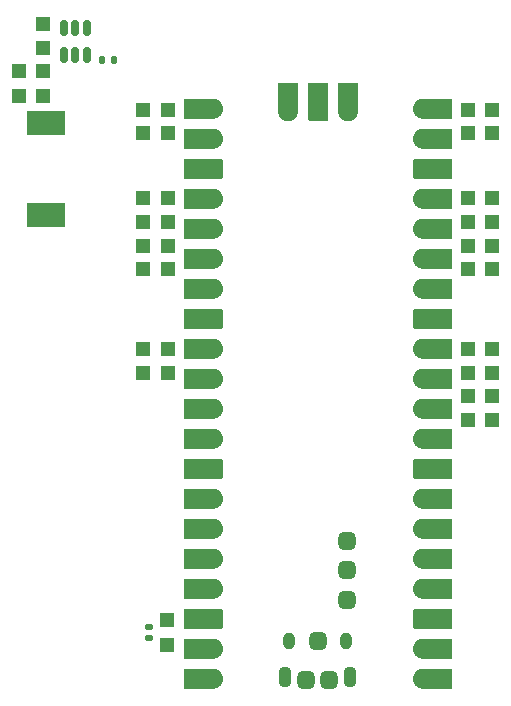
<source format=gbr>
%TF.GenerationSoftware,KiCad,Pcbnew,7.0.8*%
%TF.CreationDate,2023-10-26T13:22:37+11:00*%
%TF.ProjectId,linetest4.0,6c696e65-7465-4737-9434-2e302e6b6963,rev?*%
%TF.SameCoordinates,Original*%
%TF.FileFunction,Paste,Top*%
%TF.FilePolarity,Positive*%
%FSLAX46Y46*%
G04 Gerber Fmt 4.6, Leading zero omitted, Abs format (unit mm)*
G04 Created by KiCad (PCBNEW 7.0.8) date 2023-10-26 13:22:37*
%MOMM*%
%LPD*%
G01*
G04 APERTURE LIST*
G04 Aperture macros list*
%AMRoundRect*
0 Rectangle with rounded corners*
0 $1 Rounding radius*
0 $2 $3 $4 $5 $6 $7 $8 $9 X,Y pos of 4 corners*
0 Add a 4 corners polygon primitive as box body*
4,1,4,$2,$3,$4,$5,$6,$7,$8,$9,$2,$3,0*
0 Add four circle primitives for the rounded corners*
1,1,$1+$1,$2,$3*
1,1,$1+$1,$4,$5*
1,1,$1+$1,$6,$7*
1,1,$1+$1,$8,$9*
0 Add four rect primitives between the rounded corners*
20,1,$1+$1,$2,$3,$4,$5,0*
20,1,$1+$1,$4,$5,$6,$7,0*
20,1,$1+$1,$6,$7,$8,$9,0*
20,1,$1+$1,$8,$9,$2,$3,0*%
G04 Aperture macros list end*
%ADD10C,0.010000*%
%ADD11O,1.100000X1.800000*%
%ADD12O,1.050000X1.450000*%
%ADD13RoundRect,0.450000X0.300000X0.300000X-0.300000X0.300000X-0.300000X-0.300000X0.300000X-0.300000X0*%
%ADD14R,1.200000X1.200000*%
%ADD15RoundRect,0.140000X-0.170000X0.140000X-0.170000X-0.140000X0.170000X-0.140000X0.170000X0.140000X0*%
%ADD16RoundRect,0.140000X0.140000X0.170000X-0.140000X0.170000X-0.140000X-0.170000X0.140000X-0.170000X0*%
%ADD17R,3.200000X2.000000*%
%ADD18RoundRect,0.150000X-0.150000X0.512500X-0.150000X-0.512500X0.150000X-0.512500X0.150000X0.512500X0*%
G04 APERTURE END LIST*
%TO.C,U7*%
D10*
X161290000Y-197930000D02*
X158890000Y-197930000D01*
X158848000Y-197929000D01*
X158806000Y-197926000D01*
X158765000Y-197920000D01*
X158724000Y-197913000D01*
X158683000Y-197903000D01*
X158643000Y-197891000D01*
X158603000Y-197877000D01*
X158565000Y-197861000D01*
X158527000Y-197843000D01*
X158490000Y-197823000D01*
X158454000Y-197801000D01*
X158420000Y-197777000D01*
X158387000Y-197752000D01*
X158355000Y-197725000D01*
X158324000Y-197696000D01*
X158295000Y-197665000D01*
X158268000Y-197633000D01*
X158243000Y-197600000D01*
X158219000Y-197566000D01*
X158197000Y-197530000D01*
X158177000Y-197493000D01*
X158159000Y-197455000D01*
X158143000Y-197417000D01*
X158129000Y-197377000D01*
X158117000Y-197337000D01*
X158107000Y-197296000D01*
X158100000Y-197255000D01*
X158094000Y-197214000D01*
X158091000Y-197172000D01*
X158090000Y-197130000D01*
X158091000Y-197088000D01*
X158094000Y-197046000D01*
X158100000Y-197005000D01*
X158107000Y-196964000D01*
X158117000Y-196923000D01*
X158129000Y-196883000D01*
X158143000Y-196843000D01*
X158159000Y-196805000D01*
X158177000Y-196767000D01*
X158197000Y-196730000D01*
X158219000Y-196694000D01*
X158243000Y-196660000D01*
X158268000Y-196627000D01*
X158295000Y-196595000D01*
X158324000Y-196564000D01*
X158355000Y-196535000D01*
X158387000Y-196508000D01*
X158420000Y-196483000D01*
X158454000Y-196459000D01*
X158490000Y-196437000D01*
X158527000Y-196417000D01*
X158565000Y-196399000D01*
X158603000Y-196383000D01*
X158643000Y-196369000D01*
X158683000Y-196357000D01*
X158724000Y-196347000D01*
X158765000Y-196340000D01*
X158806000Y-196334000D01*
X158848000Y-196331000D01*
X158890000Y-196330000D01*
X161290000Y-196330000D01*
X161290000Y-197930000D01*
G36*
X161290000Y-197930000D02*
G01*
X158890000Y-197930000D01*
X158848000Y-197929000D01*
X158806000Y-197926000D01*
X158765000Y-197920000D01*
X158724000Y-197913000D01*
X158683000Y-197903000D01*
X158643000Y-197891000D01*
X158603000Y-197877000D01*
X158565000Y-197861000D01*
X158527000Y-197843000D01*
X158490000Y-197823000D01*
X158454000Y-197801000D01*
X158420000Y-197777000D01*
X158387000Y-197752000D01*
X158355000Y-197725000D01*
X158324000Y-197696000D01*
X158295000Y-197665000D01*
X158268000Y-197633000D01*
X158243000Y-197600000D01*
X158219000Y-197566000D01*
X158197000Y-197530000D01*
X158177000Y-197493000D01*
X158159000Y-197455000D01*
X158143000Y-197417000D01*
X158129000Y-197377000D01*
X158117000Y-197337000D01*
X158107000Y-197296000D01*
X158100000Y-197255000D01*
X158094000Y-197214000D01*
X158091000Y-197172000D01*
X158090000Y-197130000D01*
X158091000Y-197088000D01*
X158094000Y-197046000D01*
X158100000Y-197005000D01*
X158107000Y-196964000D01*
X158117000Y-196923000D01*
X158129000Y-196883000D01*
X158143000Y-196843000D01*
X158159000Y-196805000D01*
X158177000Y-196767000D01*
X158197000Y-196730000D01*
X158219000Y-196694000D01*
X158243000Y-196660000D01*
X158268000Y-196627000D01*
X158295000Y-196595000D01*
X158324000Y-196564000D01*
X158355000Y-196535000D01*
X158387000Y-196508000D01*
X158420000Y-196483000D01*
X158454000Y-196459000D01*
X158490000Y-196437000D01*
X158527000Y-196417000D01*
X158565000Y-196399000D01*
X158603000Y-196383000D01*
X158643000Y-196369000D01*
X158683000Y-196357000D01*
X158724000Y-196347000D01*
X158765000Y-196340000D01*
X158806000Y-196334000D01*
X158848000Y-196331000D01*
X158890000Y-196330000D01*
X161290000Y-196330000D01*
X161290000Y-197930000D01*
G37*
X161290000Y-195390000D02*
X158890000Y-195390000D01*
X158848000Y-195389000D01*
X158806000Y-195386000D01*
X158765000Y-195380000D01*
X158724000Y-195373000D01*
X158683000Y-195363000D01*
X158643000Y-195351000D01*
X158603000Y-195337000D01*
X158565000Y-195321000D01*
X158527000Y-195303000D01*
X158490000Y-195283000D01*
X158454000Y-195261000D01*
X158420000Y-195237000D01*
X158387000Y-195212000D01*
X158355000Y-195185000D01*
X158324000Y-195156000D01*
X158295000Y-195125000D01*
X158268000Y-195093000D01*
X158243000Y-195060000D01*
X158219000Y-195026000D01*
X158197000Y-194990000D01*
X158177000Y-194953000D01*
X158159000Y-194915000D01*
X158143000Y-194877000D01*
X158129000Y-194837000D01*
X158117000Y-194797000D01*
X158107000Y-194756000D01*
X158100000Y-194715000D01*
X158094000Y-194674000D01*
X158091000Y-194632000D01*
X158090000Y-194590000D01*
X158091000Y-194548000D01*
X158094000Y-194506000D01*
X158100000Y-194465000D01*
X158107000Y-194424000D01*
X158117000Y-194383000D01*
X158129000Y-194343000D01*
X158143000Y-194303000D01*
X158159000Y-194265000D01*
X158177000Y-194227000D01*
X158197000Y-194190000D01*
X158219000Y-194154000D01*
X158243000Y-194120000D01*
X158268000Y-194087000D01*
X158295000Y-194055000D01*
X158324000Y-194024000D01*
X158355000Y-193995000D01*
X158387000Y-193968000D01*
X158420000Y-193943000D01*
X158454000Y-193919000D01*
X158490000Y-193897000D01*
X158527000Y-193877000D01*
X158565000Y-193859000D01*
X158603000Y-193843000D01*
X158643000Y-193829000D01*
X158683000Y-193817000D01*
X158724000Y-193807000D01*
X158765000Y-193800000D01*
X158806000Y-193794000D01*
X158848000Y-193791000D01*
X158890000Y-193790000D01*
X161290000Y-193790000D01*
X161290000Y-195390000D01*
G36*
X161290000Y-195390000D02*
G01*
X158890000Y-195390000D01*
X158848000Y-195389000D01*
X158806000Y-195386000D01*
X158765000Y-195380000D01*
X158724000Y-195373000D01*
X158683000Y-195363000D01*
X158643000Y-195351000D01*
X158603000Y-195337000D01*
X158565000Y-195321000D01*
X158527000Y-195303000D01*
X158490000Y-195283000D01*
X158454000Y-195261000D01*
X158420000Y-195237000D01*
X158387000Y-195212000D01*
X158355000Y-195185000D01*
X158324000Y-195156000D01*
X158295000Y-195125000D01*
X158268000Y-195093000D01*
X158243000Y-195060000D01*
X158219000Y-195026000D01*
X158197000Y-194990000D01*
X158177000Y-194953000D01*
X158159000Y-194915000D01*
X158143000Y-194877000D01*
X158129000Y-194837000D01*
X158117000Y-194797000D01*
X158107000Y-194756000D01*
X158100000Y-194715000D01*
X158094000Y-194674000D01*
X158091000Y-194632000D01*
X158090000Y-194590000D01*
X158091000Y-194548000D01*
X158094000Y-194506000D01*
X158100000Y-194465000D01*
X158107000Y-194424000D01*
X158117000Y-194383000D01*
X158129000Y-194343000D01*
X158143000Y-194303000D01*
X158159000Y-194265000D01*
X158177000Y-194227000D01*
X158197000Y-194190000D01*
X158219000Y-194154000D01*
X158243000Y-194120000D01*
X158268000Y-194087000D01*
X158295000Y-194055000D01*
X158324000Y-194024000D01*
X158355000Y-193995000D01*
X158387000Y-193968000D01*
X158420000Y-193943000D01*
X158454000Y-193919000D01*
X158490000Y-193897000D01*
X158527000Y-193877000D01*
X158565000Y-193859000D01*
X158603000Y-193843000D01*
X158643000Y-193829000D01*
X158683000Y-193817000D01*
X158724000Y-193807000D01*
X158765000Y-193800000D01*
X158806000Y-193794000D01*
X158848000Y-193791000D01*
X158890000Y-193790000D01*
X161290000Y-193790000D01*
X161290000Y-195390000D01*
G37*
X161290000Y-190310000D02*
X158890000Y-190310000D01*
X158848000Y-190309000D01*
X158806000Y-190306000D01*
X158765000Y-190300000D01*
X158724000Y-190293000D01*
X158683000Y-190283000D01*
X158643000Y-190271000D01*
X158603000Y-190257000D01*
X158565000Y-190241000D01*
X158527000Y-190223000D01*
X158490000Y-190203000D01*
X158454000Y-190181000D01*
X158420000Y-190157000D01*
X158387000Y-190132000D01*
X158355000Y-190105000D01*
X158324000Y-190076000D01*
X158295000Y-190045000D01*
X158268000Y-190013000D01*
X158243000Y-189980000D01*
X158219000Y-189946000D01*
X158197000Y-189910000D01*
X158177000Y-189873000D01*
X158159000Y-189835000D01*
X158143000Y-189797000D01*
X158129000Y-189757000D01*
X158117000Y-189717000D01*
X158107000Y-189676000D01*
X158100000Y-189635000D01*
X158094000Y-189594000D01*
X158091000Y-189552000D01*
X158090000Y-189510000D01*
X158091000Y-189468000D01*
X158094000Y-189426000D01*
X158100000Y-189385000D01*
X158107000Y-189344000D01*
X158117000Y-189303000D01*
X158129000Y-189263000D01*
X158143000Y-189223000D01*
X158159000Y-189185000D01*
X158177000Y-189147000D01*
X158197000Y-189110000D01*
X158219000Y-189074000D01*
X158243000Y-189040000D01*
X158268000Y-189007000D01*
X158295000Y-188975000D01*
X158324000Y-188944000D01*
X158355000Y-188915000D01*
X158387000Y-188888000D01*
X158420000Y-188863000D01*
X158454000Y-188839000D01*
X158490000Y-188817000D01*
X158527000Y-188797000D01*
X158565000Y-188779000D01*
X158603000Y-188763000D01*
X158643000Y-188749000D01*
X158683000Y-188737000D01*
X158724000Y-188727000D01*
X158765000Y-188720000D01*
X158806000Y-188714000D01*
X158848000Y-188711000D01*
X158890000Y-188710000D01*
X161290000Y-188710000D01*
X161290000Y-190310000D01*
G36*
X161290000Y-190310000D02*
G01*
X158890000Y-190310000D01*
X158848000Y-190309000D01*
X158806000Y-190306000D01*
X158765000Y-190300000D01*
X158724000Y-190293000D01*
X158683000Y-190283000D01*
X158643000Y-190271000D01*
X158603000Y-190257000D01*
X158565000Y-190241000D01*
X158527000Y-190223000D01*
X158490000Y-190203000D01*
X158454000Y-190181000D01*
X158420000Y-190157000D01*
X158387000Y-190132000D01*
X158355000Y-190105000D01*
X158324000Y-190076000D01*
X158295000Y-190045000D01*
X158268000Y-190013000D01*
X158243000Y-189980000D01*
X158219000Y-189946000D01*
X158197000Y-189910000D01*
X158177000Y-189873000D01*
X158159000Y-189835000D01*
X158143000Y-189797000D01*
X158129000Y-189757000D01*
X158117000Y-189717000D01*
X158107000Y-189676000D01*
X158100000Y-189635000D01*
X158094000Y-189594000D01*
X158091000Y-189552000D01*
X158090000Y-189510000D01*
X158091000Y-189468000D01*
X158094000Y-189426000D01*
X158100000Y-189385000D01*
X158107000Y-189344000D01*
X158117000Y-189303000D01*
X158129000Y-189263000D01*
X158143000Y-189223000D01*
X158159000Y-189185000D01*
X158177000Y-189147000D01*
X158197000Y-189110000D01*
X158219000Y-189074000D01*
X158243000Y-189040000D01*
X158268000Y-189007000D01*
X158295000Y-188975000D01*
X158324000Y-188944000D01*
X158355000Y-188915000D01*
X158387000Y-188888000D01*
X158420000Y-188863000D01*
X158454000Y-188839000D01*
X158490000Y-188817000D01*
X158527000Y-188797000D01*
X158565000Y-188779000D01*
X158603000Y-188763000D01*
X158643000Y-188749000D01*
X158683000Y-188737000D01*
X158724000Y-188727000D01*
X158765000Y-188720000D01*
X158806000Y-188714000D01*
X158848000Y-188711000D01*
X158890000Y-188710000D01*
X161290000Y-188710000D01*
X161290000Y-190310000D01*
G37*
X161290000Y-187770000D02*
X158890000Y-187770000D01*
X158848000Y-187769000D01*
X158806000Y-187766000D01*
X158765000Y-187760000D01*
X158724000Y-187753000D01*
X158683000Y-187743000D01*
X158643000Y-187731000D01*
X158603000Y-187717000D01*
X158565000Y-187701000D01*
X158527000Y-187683000D01*
X158490000Y-187663000D01*
X158454000Y-187641000D01*
X158420000Y-187617000D01*
X158387000Y-187592000D01*
X158355000Y-187565000D01*
X158324000Y-187536000D01*
X158295000Y-187505000D01*
X158268000Y-187473000D01*
X158243000Y-187440000D01*
X158219000Y-187406000D01*
X158197000Y-187370000D01*
X158177000Y-187333000D01*
X158159000Y-187295000D01*
X158143000Y-187257000D01*
X158129000Y-187217000D01*
X158117000Y-187177000D01*
X158107000Y-187136000D01*
X158100000Y-187095000D01*
X158094000Y-187054000D01*
X158091000Y-187012000D01*
X158090000Y-186970000D01*
X158091000Y-186928000D01*
X158094000Y-186886000D01*
X158100000Y-186845000D01*
X158107000Y-186804000D01*
X158117000Y-186763000D01*
X158129000Y-186723000D01*
X158143000Y-186683000D01*
X158159000Y-186645000D01*
X158177000Y-186607000D01*
X158197000Y-186570000D01*
X158219000Y-186534000D01*
X158243000Y-186500000D01*
X158268000Y-186467000D01*
X158295000Y-186435000D01*
X158324000Y-186404000D01*
X158355000Y-186375000D01*
X158387000Y-186348000D01*
X158420000Y-186323000D01*
X158454000Y-186299000D01*
X158490000Y-186277000D01*
X158527000Y-186257000D01*
X158565000Y-186239000D01*
X158603000Y-186223000D01*
X158643000Y-186209000D01*
X158683000Y-186197000D01*
X158724000Y-186187000D01*
X158765000Y-186180000D01*
X158806000Y-186174000D01*
X158848000Y-186171000D01*
X158890000Y-186170000D01*
X161290000Y-186170000D01*
X161290000Y-187770000D01*
G36*
X161290000Y-187770000D02*
G01*
X158890000Y-187770000D01*
X158848000Y-187769000D01*
X158806000Y-187766000D01*
X158765000Y-187760000D01*
X158724000Y-187753000D01*
X158683000Y-187743000D01*
X158643000Y-187731000D01*
X158603000Y-187717000D01*
X158565000Y-187701000D01*
X158527000Y-187683000D01*
X158490000Y-187663000D01*
X158454000Y-187641000D01*
X158420000Y-187617000D01*
X158387000Y-187592000D01*
X158355000Y-187565000D01*
X158324000Y-187536000D01*
X158295000Y-187505000D01*
X158268000Y-187473000D01*
X158243000Y-187440000D01*
X158219000Y-187406000D01*
X158197000Y-187370000D01*
X158177000Y-187333000D01*
X158159000Y-187295000D01*
X158143000Y-187257000D01*
X158129000Y-187217000D01*
X158117000Y-187177000D01*
X158107000Y-187136000D01*
X158100000Y-187095000D01*
X158094000Y-187054000D01*
X158091000Y-187012000D01*
X158090000Y-186970000D01*
X158091000Y-186928000D01*
X158094000Y-186886000D01*
X158100000Y-186845000D01*
X158107000Y-186804000D01*
X158117000Y-186763000D01*
X158129000Y-186723000D01*
X158143000Y-186683000D01*
X158159000Y-186645000D01*
X158177000Y-186607000D01*
X158197000Y-186570000D01*
X158219000Y-186534000D01*
X158243000Y-186500000D01*
X158268000Y-186467000D01*
X158295000Y-186435000D01*
X158324000Y-186404000D01*
X158355000Y-186375000D01*
X158387000Y-186348000D01*
X158420000Y-186323000D01*
X158454000Y-186299000D01*
X158490000Y-186277000D01*
X158527000Y-186257000D01*
X158565000Y-186239000D01*
X158603000Y-186223000D01*
X158643000Y-186209000D01*
X158683000Y-186197000D01*
X158724000Y-186187000D01*
X158765000Y-186180000D01*
X158806000Y-186174000D01*
X158848000Y-186171000D01*
X158890000Y-186170000D01*
X161290000Y-186170000D01*
X161290000Y-187770000D01*
G37*
X161290000Y-185230000D02*
X158890000Y-185230000D01*
X158848000Y-185229000D01*
X158806000Y-185226000D01*
X158765000Y-185220000D01*
X158724000Y-185213000D01*
X158683000Y-185203000D01*
X158643000Y-185191000D01*
X158603000Y-185177000D01*
X158565000Y-185161000D01*
X158527000Y-185143000D01*
X158490000Y-185123000D01*
X158454000Y-185101000D01*
X158420000Y-185077000D01*
X158387000Y-185052000D01*
X158355000Y-185025000D01*
X158324000Y-184996000D01*
X158295000Y-184965000D01*
X158268000Y-184933000D01*
X158243000Y-184900000D01*
X158219000Y-184866000D01*
X158197000Y-184830000D01*
X158177000Y-184793000D01*
X158159000Y-184755000D01*
X158143000Y-184717000D01*
X158129000Y-184677000D01*
X158117000Y-184637000D01*
X158107000Y-184596000D01*
X158100000Y-184555000D01*
X158094000Y-184514000D01*
X158091000Y-184472000D01*
X158090000Y-184430000D01*
X158091000Y-184388000D01*
X158094000Y-184346000D01*
X158100000Y-184305000D01*
X158107000Y-184264000D01*
X158117000Y-184223000D01*
X158129000Y-184183000D01*
X158143000Y-184143000D01*
X158159000Y-184105000D01*
X158177000Y-184067000D01*
X158197000Y-184030000D01*
X158219000Y-183994000D01*
X158243000Y-183960000D01*
X158268000Y-183927000D01*
X158295000Y-183895000D01*
X158324000Y-183864000D01*
X158355000Y-183835000D01*
X158387000Y-183808000D01*
X158420000Y-183783000D01*
X158454000Y-183759000D01*
X158490000Y-183737000D01*
X158527000Y-183717000D01*
X158565000Y-183699000D01*
X158603000Y-183683000D01*
X158643000Y-183669000D01*
X158683000Y-183657000D01*
X158724000Y-183647000D01*
X158765000Y-183640000D01*
X158806000Y-183634000D01*
X158848000Y-183631000D01*
X158890000Y-183630000D01*
X161290000Y-183630000D01*
X161290000Y-185230000D01*
G36*
X161290000Y-185230000D02*
G01*
X158890000Y-185230000D01*
X158848000Y-185229000D01*
X158806000Y-185226000D01*
X158765000Y-185220000D01*
X158724000Y-185213000D01*
X158683000Y-185203000D01*
X158643000Y-185191000D01*
X158603000Y-185177000D01*
X158565000Y-185161000D01*
X158527000Y-185143000D01*
X158490000Y-185123000D01*
X158454000Y-185101000D01*
X158420000Y-185077000D01*
X158387000Y-185052000D01*
X158355000Y-185025000D01*
X158324000Y-184996000D01*
X158295000Y-184965000D01*
X158268000Y-184933000D01*
X158243000Y-184900000D01*
X158219000Y-184866000D01*
X158197000Y-184830000D01*
X158177000Y-184793000D01*
X158159000Y-184755000D01*
X158143000Y-184717000D01*
X158129000Y-184677000D01*
X158117000Y-184637000D01*
X158107000Y-184596000D01*
X158100000Y-184555000D01*
X158094000Y-184514000D01*
X158091000Y-184472000D01*
X158090000Y-184430000D01*
X158091000Y-184388000D01*
X158094000Y-184346000D01*
X158100000Y-184305000D01*
X158107000Y-184264000D01*
X158117000Y-184223000D01*
X158129000Y-184183000D01*
X158143000Y-184143000D01*
X158159000Y-184105000D01*
X158177000Y-184067000D01*
X158197000Y-184030000D01*
X158219000Y-183994000D01*
X158243000Y-183960000D01*
X158268000Y-183927000D01*
X158295000Y-183895000D01*
X158324000Y-183864000D01*
X158355000Y-183835000D01*
X158387000Y-183808000D01*
X158420000Y-183783000D01*
X158454000Y-183759000D01*
X158490000Y-183737000D01*
X158527000Y-183717000D01*
X158565000Y-183699000D01*
X158603000Y-183683000D01*
X158643000Y-183669000D01*
X158683000Y-183657000D01*
X158724000Y-183647000D01*
X158765000Y-183640000D01*
X158806000Y-183634000D01*
X158848000Y-183631000D01*
X158890000Y-183630000D01*
X161290000Y-183630000D01*
X161290000Y-185230000D01*
G37*
X161290000Y-182690000D02*
X158890000Y-182690000D01*
X158848000Y-182689000D01*
X158806000Y-182686000D01*
X158765000Y-182680000D01*
X158724000Y-182673000D01*
X158683000Y-182663000D01*
X158643000Y-182651000D01*
X158603000Y-182637000D01*
X158565000Y-182621000D01*
X158527000Y-182603000D01*
X158490000Y-182583000D01*
X158454000Y-182561000D01*
X158420000Y-182537000D01*
X158387000Y-182512000D01*
X158355000Y-182485000D01*
X158324000Y-182456000D01*
X158295000Y-182425000D01*
X158268000Y-182393000D01*
X158243000Y-182360000D01*
X158219000Y-182326000D01*
X158197000Y-182290000D01*
X158177000Y-182253000D01*
X158159000Y-182215000D01*
X158143000Y-182177000D01*
X158129000Y-182137000D01*
X158117000Y-182097000D01*
X158107000Y-182056000D01*
X158100000Y-182015000D01*
X158094000Y-181974000D01*
X158091000Y-181932000D01*
X158090000Y-181890000D01*
X158091000Y-181848000D01*
X158094000Y-181806000D01*
X158100000Y-181765000D01*
X158107000Y-181724000D01*
X158117000Y-181683000D01*
X158129000Y-181643000D01*
X158143000Y-181603000D01*
X158159000Y-181565000D01*
X158177000Y-181527000D01*
X158197000Y-181490000D01*
X158219000Y-181454000D01*
X158243000Y-181420000D01*
X158268000Y-181387000D01*
X158295000Y-181355000D01*
X158324000Y-181324000D01*
X158355000Y-181295000D01*
X158387000Y-181268000D01*
X158420000Y-181243000D01*
X158454000Y-181219000D01*
X158490000Y-181197000D01*
X158527000Y-181177000D01*
X158565000Y-181159000D01*
X158603000Y-181143000D01*
X158643000Y-181129000D01*
X158683000Y-181117000D01*
X158724000Y-181107000D01*
X158765000Y-181100000D01*
X158806000Y-181094000D01*
X158848000Y-181091000D01*
X158890000Y-181090000D01*
X161290000Y-181090000D01*
X161290000Y-182690000D01*
G36*
X161290000Y-182690000D02*
G01*
X158890000Y-182690000D01*
X158848000Y-182689000D01*
X158806000Y-182686000D01*
X158765000Y-182680000D01*
X158724000Y-182673000D01*
X158683000Y-182663000D01*
X158643000Y-182651000D01*
X158603000Y-182637000D01*
X158565000Y-182621000D01*
X158527000Y-182603000D01*
X158490000Y-182583000D01*
X158454000Y-182561000D01*
X158420000Y-182537000D01*
X158387000Y-182512000D01*
X158355000Y-182485000D01*
X158324000Y-182456000D01*
X158295000Y-182425000D01*
X158268000Y-182393000D01*
X158243000Y-182360000D01*
X158219000Y-182326000D01*
X158197000Y-182290000D01*
X158177000Y-182253000D01*
X158159000Y-182215000D01*
X158143000Y-182177000D01*
X158129000Y-182137000D01*
X158117000Y-182097000D01*
X158107000Y-182056000D01*
X158100000Y-182015000D01*
X158094000Y-181974000D01*
X158091000Y-181932000D01*
X158090000Y-181890000D01*
X158091000Y-181848000D01*
X158094000Y-181806000D01*
X158100000Y-181765000D01*
X158107000Y-181724000D01*
X158117000Y-181683000D01*
X158129000Y-181643000D01*
X158143000Y-181603000D01*
X158159000Y-181565000D01*
X158177000Y-181527000D01*
X158197000Y-181490000D01*
X158219000Y-181454000D01*
X158243000Y-181420000D01*
X158268000Y-181387000D01*
X158295000Y-181355000D01*
X158324000Y-181324000D01*
X158355000Y-181295000D01*
X158387000Y-181268000D01*
X158420000Y-181243000D01*
X158454000Y-181219000D01*
X158490000Y-181197000D01*
X158527000Y-181177000D01*
X158565000Y-181159000D01*
X158603000Y-181143000D01*
X158643000Y-181129000D01*
X158683000Y-181117000D01*
X158724000Y-181107000D01*
X158765000Y-181100000D01*
X158806000Y-181094000D01*
X158848000Y-181091000D01*
X158890000Y-181090000D01*
X161290000Y-181090000D01*
X161290000Y-182690000D01*
G37*
X161290000Y-177610000D02*
X158890000Y-177610000D01*
X158848000Y-177609000D01*
X158806000Y-177606000D01*
X158765000Y-177600000D01*
X158724000Y-177593000D01*
X158683000Y-177583000D01*
X158643000Y-177571000D01*
X158603000Y-177557000D01*
X158565000Y-177541000D01*
X158527000Y-177523000D01*
X158490000Y-177503000D01*
X158454000Y-177481000D01*
X158420000Y-177457000D01*
X158387000Y-177432000D01*
X158355000Y-177405000D01*
X158324000Y-177376000D01*
X158295000Y-177345000D01*
X158268000Y-177313000D01*
X158243000Y-177280000D01*
X158219000Y-177246000D01*
X158197000Y-177210000D01*
X158177000Y-177173000D01*
X158159000Y-177135000D01*
X158143000Y-177097000D01*
X158129000Y-177057000D01*
X158117000Y-177017000D01*
X158107000Y-176976000D01*
X158100000Y-176935000D01*
X158094000Y-176894000D01*
X158091000Y-176852000D01*
X158090000Y-176810000D01*
X158091000Y-176768000D01*
X158094000Y-176726000D01*
X158100000Y-176685000D01*
X158107000Y-176644000D01*
X158117000Y-176603000D01*
X158129000Y-176563000D01*
X158143000Y-176523000D01*
X158159000Y-176485000D01*
X158177000Y-176447000D01*
X158197000Y-176410000D01*
X158219000Y-176374000D01*
X158243000Y-176340000D01*
X158268000Y-176307000D01*
X158295000Y-176275000D01*
X158324000Y-176244000D01*
X158355000Y-176215000D01*
X158387000Y-176188000D01*
X158420000Y-176163000D01*
X158454000Y-176139000D01*
X158490000Y-176117000D01*
X158527000Y-176097000D01*
X158565000Y-176079000D01*
X158603000Y-176063000D01*
X158643000Y-176049000D01*
X158683000Y-176037000D01*
X158724000Y-176027000D01*
X158765000Y-176020000D01*
X158806000Y-176014000D01*
X158848000Y-176011000D01*
X158890000Y-176010000D01*
X161290000Y-176010000D01*
X161290000Y-177610000D01*
G36*
X161290000Y-177610000D02*
G01*
X158890000Y-177610000D01*
X158848000Y-177609000D01*
X158806000Y-177606000D01*
X158765000Y-177600000D01*
X158724000Y-177593000D01*
X158683000Y-177583000D01*
X158643000Y-177571000D01*
X158603000Y-177557000D01*
X158565000Y-177541000D01*
X158527000Y-177523000D01*
X158490000Y-177503000D01*
X158454000Y-177481000D01*
X158420000Y-177457000D01*
X158387000Y-177432000D01*
X158355000Y-177405000D01*
X158324000Y-177376000D01*
X158295000Y-177345000D01*
X158268000Y-177313000D01*
X158243000Y-177280000D01*
X158219000Y-177246000D01*
X158197000Y-177210000D01*
X158177000Y-177173000D01*
X158159000Y-177135000D01*
X158143000Y-177097000D01*
X158129000Y-177057000D01*
X158117000Y-177017000D01*
X158107000Y-176976000D01*
X158100000Y-176935000D01*
X158094000Y-176894000D01*
X158091000Y-176852000D01*
X158090000Y-176810000D01*
X158091000Y-176768000D01*
X158094000Y-176726000D01*
X158100000Y-176685000D01*
X158107000Y-176644000D01*
X158117000Y-176603000D01*
X158129000Y-176563000D01*
X158143000Y-176523000D01*
X158159000Y-176485000D01*
X158177000Y-176447000D01*
X158197000Y-176410000D01*
X158219000Y-176374000D01*
X158243000Y-176340000D01*
X158268000Y-176307000D01*
X158295000Y-176275000D01*
X158324000Y-176244000D01*
X158355000Y-176215000D01*
X158387000Y-176188000D01*
X158420000Y-176163000D01*
X158454000Y-176139000D01*
X158490000Y-176117000D01*
X158527000Y-176097000D01*
X158565000Y-176079000D01*
X158603000Y-176063000D01*
X158643000Y-176049000D01*
X158683000Y-176037000D01*
X158724000Y-176027000D01*
X158765000Y-176020000D01*
X158806000Y-176014000D01*
X158848000Y-176011000D01*
X158890000Y-176010000D01*
X161290000Y-176010000D01*
X161290000Y-177610000D01*
G37*
X161290000Y-175070000D02*
X158890000Y-175070000D01*
X158848000Y-175069000D01*
X158806000Y-175066000D01*
X158765000Y-175060000D01*
X158724000Y-175053000D01*
X158683000Y-175043000D01*
X158643000Y-175031000D01*
X158603000Y-175017000D01*
X158565000Y-175001000D01*
X158527000Y-174983000D01*
X158490000Y-174963000D01*
X158454000Y-174941000D01*
X158420000Y-174917000D01*
X158387000Y-174892000D01*
X158355000Y-174865000D01*
X158324000Y-174836000D01*
X158295000Y-174805000D01*
X158268000Y-174773000D01*
X158243000Y-174740000D01*
X158219000Y-174706000D01*
X158197000Y-174670000D01*
X158177000Y-174633000D01*
X158159000Y-174595000D01*
X158143000Y-174557000D01*
X158129000Y-174517000D01*
X158117000Y-174477000D01*
X158107000Y-174436000D01*
X158100000Y-174395000D01*
X158094000Y-174354000D01*
X158091000Y-174312000D01*
X158090000Y-174270000D01*
X158091000Y-174228000D01*
X158094000Y-174186000D01*
X158100000Y-174145000D01*
X158107000Y-174104000D01*
X158117000Y-174063000D01*
X158129000Y-174023000D01*
X158143000Y-173983000D01*
X158159000Y-173945000D01*
X158177000Y-173907000D01*
X158197000Y-173870000D01*
X158219000Y-173834000D01*
X158243000Y-173800000D01*
X158268000Y-173767000D01*
X158295000Y-173735000D01*
X158324000Y-173704000D01*
X158355000Y-173675000D01*
X158387000Y-173648000D01*
X158420000Y-173623000D01*
X158454000Y-173599000D01*
X158490000Y-173577000D01*
X158527000Y-173557000D01*
X158565000Y-173539000D01*
X158603000Y-173523000D01*
X158643000Y-173509000D01*
X158683000Y-173497000D01*
X158724000Y-173487000D01*
X158765000Y-173480000D01*
X158806000Y-173474000D01*
X158848000Y-173471000D01*
X158890000Y-173470000D01*
X161290000Y-173470000D01*
X161290000Y-175070000D01*
G36*
X161290000Y-175070000D02*
G01*
X158890000Y-175070000D01*
X158848000Y-175069000D01*
X158806000Y-175066000D01*
X158765000Y-175060000D01*
X158724000Y-175053000D01*
X158683000Y-175043000D01*
X158643000Y-175031000D01*
X158603000Y-175017000D01*
X158565000Y-175001000D01*
X158527000Y-174983000D01*
X158490000Y-174963000D01*
X158454000Y-174941000D01*
X158420000Y-174917000D01*
X158387000Y-174892000D01*
X158355000Y-174865000D01*
X158324000Y-174836000D01*
X158295000Y-174805000D01*
X158268000Y-174773000D01*
X158243000Y-174740000D01*
X158219000Y-174706000D01*
X158197000Y-174670000D01*
X158177000Y-174633000D01*
X158159000Y-174595000D01*
X158143000Y-174557000D01*
X158129000Y-174517000D01*
X158117000Y-174477000D01*
X158107000Y-174436000D01*
X158100000Y-174395000D01*
X158094000Y-174354000D01*
X158091000Y-174312000D01*
X158090000Y-174270000D01*
X158091000Y-174228000D01*
X158094000Y-174186000D01*
X158100000Y-174145000D01*
X158107000Y-174104000D01*
X158117000Y-174063000D01*
X158129000Y-174023000D01*
X158143000Y-173983000D01*
X158159000Y-173945000D01*
X158177000Y-173907000D01*
X158197000Y-173870000D01*
X158219000Y-173834000D01*
X158243000Y-173800000D01*
X158268000Y-173767000D01*
X158295000Y-173735000D01*
X158324000Y-173704000D01*
X158355000Y-173675000D01*
X158387000Y-173648000D01*
X158420000Y-173623000D01*
X158454000Y-173599000D01*
X158490000Y-173577000D01*
X158527000Y-173557000D01*
X158565000Y-173539000D01*
X158603000Y-173523000D01*
X158643000Y-173509000D01*
X158683000Y-173497000D01*
X158724000Y-173487000D01*
X158765000Y-173480000D01*
X158806000Y-173474000D01*
X158848000Y-173471000D01*
X158890000Y-173470000D01*
X161290000Y-173470000D01*
X161290000Y-175070000D01*
G37*
X161290000Y-172530000D02*
X158890000Y-172530000D01*
X158848000Y-172529000D01*
X158806000Y-172526000D01*
X158765000Y-172520000D01*
X158724000Y-172513000D01*
X158683000Y-172503000D01*
X158643000Y-172491000D01*
X158603000Y-172477000D01*
X158565000Y-172461000D01*
X158527000Y-172443000D01*
X158490000Y-172423000D01*
X158454000Y-172401000D01*
X158420000Y-172377000D01*
X158387000Y-172352000D01*
X158355000Y-172325000D01*
X158324000Y-172296000D01*
X158295000Y-172265000D01*
X158268000Y-172233000D01*
X158243000Y-172200000D01*
X158219000Y-172166000D01*
X158197000Y-172130000D01*
X158177000Y-172093000D01*
X158159000Y-172055000D01*
X158143000Y-172017000D01*
X158129000Y-171977000D01*
X158117000Y-171937000D01*
X158107000Y-171896000D01*
X158100000Y-171855000D01*
X158094000Y-171814000D01*
X158091000Y-171772000D01*
X158090000Y-171730000D01*
X158091000Y-171688000D01*
X158094000Y-171646000D01*
X158100000Y-171605000D01*
X158107000Y-171564000D01*
X158117000Y-171523000D01*
X158129000Y-171483000D01*
X158143000Y-171443000D01*
X158159000Y-171405000D01*
X158177000Y-171367000D01*
X158197000Y-171330000D01*
X158219000Y-171294000D01*
X158243000Y-171260000D01*
X158268000Y-171227000D01*
X158295000Y-171195000D01*
X158324000Y-171164000D01*
X158355000Y-171135000D01*
X158387000Y-171108000D01*
X158420000Y-171083000D01*
X158454000Y-171059000D01*
X158490000Y-171037000D01*
X158527000Y-171017000D01*
X158565000Y-170999000D01*
X158603000Y-170983000D01*
X158643000Y-170969000D01*
X158683000Y-170957000D01*
X158724000Y-170947000D01*
X158765000Y-170940000D01*
X158806000Y-170934000D01*
X158848000Y-170931000D01*
X158890000Y-170930000D01*
X161290000Y-170930000D01*
X161290000Y-172530000D01*
G36*
X161290000Y-172530000D02*
G01*
X158890000Y-172530000D01*
X158848000Y-172529000D01*
X158806000Y-172526000D01*
X158765000Y-172520000D01*
X158724000Y-172513000D01*
X158683000Y-172503000D01*
X158643000Y-172491000D01*
X158603000Y-172477000D01*
X158565000Y-172461000D01*
X158527000Y-172443000D01*
X158490000Y-172423000D01*
X158454000Y-172401000D01*
X158420000Y-172377000D01*
X158387000Y-172352000D01*
X158355000Y-172325000D01*
X158324000Y-172296000D01*
X158295000Y-172265000D01*
X158268000Y-172233000D01*
X158243000Y-172200000D01*
X158219000Y-172166000D01*
X158197000Y-172130000D01*
X158177000Y-172093000D01*
X158159000Y-172055000D01*
X158143000Y-172017000D01*
X158129000Y-171977000D01*
X158117000Y-171937000D01*
X158107000Y-171896000D01*
X158100000Y-171855000D01*
X158094000Y-171814000D01*
X158091000Y-171772000D01*
X158090000Y-171730000D01*
X158091000Y-171688000D01*
X158094000Y-171646000D01*
X158100000Y-171605000D01*
X158107000Y-171564000D01*
X158117000Y-171523000D01*
X158129000Y-171483000D01*
X158143000Y-171443000D01*
X158159000Y-171405000D01*
X158177000Y-171367000D01*
X158197000Y-171330000D01*
X158219000Y-171294000D01*
X158243000Y-171260000D01*
X158268000Y-171227000D01*
X158295000Y-171195000D01*
X158324000Y-171164000D01*
X158355000Y-171135000D01*
X158387000Y-171108000D01*
X158420000Y-171083000D01*
X158454000Y-171059000D01*
X158490000Y-171037000D01*
X158527000Y-171017000D01*
X158565000Y-170999000D01*
X158603000Y-170983000D01*
X158643000Y-170969000D01*
X158683000Y-170957000D01*
X158724000Y-170947000D01*
X158765000Y-170940000D01*
X158806000Y-170934000D01*
X158848000Y-170931000D01*
X158890000Y-170930000D01*
X161290000Y-170930000D01*
X161290000Y-172530000D01*
G37*
X161290000Y-169990000D02*
X158890000Y-169990000D01*
X158848000Y-169989000D01*
X158806000Y-169986000D01*
X158765000Y-169980000D01*
X158724000Y-169973000D01*
X158683000Y-169963000D01*
X158643000Y-169951000D01*
X158603000Y-169937000D01*
X158565000Y-169921000D01*
X158527000Y-169903000D01*
X158490000Y-169883000D01*
X158454000Y-169861000D01*
X158420000Y-169837000D01*
X158387000Y-169812000D01*
X158355000Y-169785000D01*
X158324000Y-169756000D01*
X158295000Y-169725000D01*
X158268000Y-169693000D01*
X158243000Y-169660000D01*
X158219000Y-169626000D01*
X158197000Y-169590000D01*
X158177000Y-169553000D01*
X158159000Y-169515000D01*
X158143000Y-169477000D01*
X158129000Y-169437000D01*
X158117000Y-169397000D01*
X158107000Y-169356000D01*
X158100000Y-169315000D01*
X158094000Y-169274000D01*
X158091000Y-169232000D01*
X158090000Y-169190000D01*
X158091000Y-169148000D01*
X158094000Y-169106000D01*
X158100000Y-169065000D01*
X158107000Y-169024000D01*
X158117000Y-168983000D01*
X158129000Y-168943000D01*
X158143000Y-168903000D01*
X158159000Y-168865000D01*
X158177000Y-168827000D01*
X158197000Y-168790000D01*
X158219000Y-168754000D01*
X158243000Y-168720000D01*
X158268000Y-168687000D01*
X158295000Y-168655000D01*
X158324000Y-168624000D01*
X158355000Y-168595000D01*
X158387000Y-168568000D01*
X158420000Y-168543000D01*
X158454000Y-168519000D01*
X158490000Y-168497000D01*
X158527000Y-168477000D01*
X158565000Y-168459000D01*
X158603000Y-168443000D01*
X158643000Y-168429000D01*
X158683000Y-168417000D01*
X158724000Y-168407000D01*
X158765000Y-168400000D01*
X158806000Y-168394000D01*
X158848000Y-168391000D01*
X158890000Y-168390000D01*
X161290000Y-168390000D01*
X161290000Y-169990000D01*
G36*
X161290000Y-169990000D02*
G01*
X158890000Y-169990000D01*
X158848000Y-169989000D01*
X158806000Y-169986000D01*
X158765000Y-169980000D01*
X158724000Y-169973000D01*
X158683000Y-169963000D01*
X158643000Y-169951000D01*
X158603000Y-169937000D01*
X158565000Y-169921000D01*
X158527000Y-169903000D01*
X158490000Y-169883000D01*
X158454000Y-169861000D01*
X158420000Y-169837000D01*
X158387000Y-169812000D01*
X158355000Y-169785000D01*
X158324000Y-169756000D01*
X158295000Y-169725000D01*
X158268000Y-169693000D01*
X158243000Y-169660000D01*
X158219000Y-169626000D01*
X158197000Y-169590000D01*
X158177000Y-169553000D01*
X158159000Y-169515000D01*
X158143000Y-169477000D01*
X158129000Y-169437000D01*
X158117000Y-169397000D01*
X158107000Y-169356000D01*
X158100000Y-169315000D01*
X158094000Y-169274000D01*
X158091000Y-169232000D01*
X158090000Y-169190000D01*
X158091000Y-169148000D01*
X158094000Y-169106000D01*
X158100000Y-169065000D01*
X158107000Y-169024000D01*
X158117000Y-168983000D01*
X158129000Y-168943000D01*
X158143000Y-168903000D01*
X158159000Y-168865000D01*
X158177000Y-168827000D01*
X158197000Y-168790000D01*
X158219000Y-168754000D01*
X158243000Y-168720000D01*
X158268000Y-168687000D01*
X158295000Y-168655000D01*
X158324000Y-168624000D01*
X158355000Y-168595000D01*
X158387000Y-168568000D01*
X158420000Y-168543000D01*
X158454000Y-168519000D01*
X158490000Y-168497000D01*
X158527000Y-168477000D01*
X158565000Y-168459000D01*
X158603000Y-168443000D01*
X158643000Y-168429000D01*
X158683000Y-168417000D01*
X158724000Y-168407000D01*
X158765000Y-168400000D01*
X158806000Y-168394000D01*
X158848000Y-168391000D01*
X158890000Y-168390000D01*
X161290000Y-168390000D01*
X161290000Y-169990000D01*
G37*
X161290000Y-164910000D02*
X158890000Y-164910000D01*
X158848000Y-164909000D01*
X158806000Y-164906000D01*
X158765000Y-164900000D01*
X158724000Y-164893000D01*
X158683000Y-164883000D01*
X158643000Y-164871000D01*
X158603000Y-164857000D01*
X158565000Y-164841000D01*
X158527000Y-164823000D01*
X158490000Y-164803000D01*
X158454000Y-164781000D01*
X158420000Y-164757000D01*
X158387000Y-164732000D01*
X158355000Y-164705000D01*
X158324000Y-164676000D01*
X158295000Y-164645000D01*
X158268000Y-164613000D01*
X158243000Y-164580000D01*
X158219000Y-164546000D01*
X158197000Y-164510000D01*
X158177000Y-164473000D01*
X158159000Y-164435000D01*
X158143000Y-164397000D01*
X158129000Y-164357000D01*
X158117000Y-164317000D01*
X158107000Y-164276000D01*
X158100000Y-164235000D01*
X158094000Y-164194000D01*
X158091000Y-164152000D01*
X158090000Y-164110000D01*
X158091000Y-164068000D01*
X158094000Y-164026000D01*
X158100000Y-163985000D01*
X158107000Y-163944000D01*
X158117000Y-163903000D01*
X158129000Y-163863000D01*
X158143000Y-163823000D01*
X158159000Y-163785000D01*
X158177000Y-163747000D01*
X158197000Y-163710000D01*
X158219000Y-163674000D01*
X158243000Y-163640000D01*
X158268000Y-163607000D01*
X158295000Y-163575000D01*
X158324000Y-163544000D01*
X158355000Y-163515000D01*
X158387000Y-163488000D01*
X158420000Y-163463000D01*
X158454000Y-163439000D01*
X158490000Y-163417000D01*
X158527000Y-163397000D01*
X158565000Y-163379000D01*
X158603000Y-163363000D01*
X158643000Y-163349000D01*
X158683000Y-163337000D01*
X158724000Y-163327000D01*
X158765000Y-163320000D01*
X158806000Y-163314000D01*
X158848000Y-163311000D01*
X158890000Y-163310000D01*
X161290000Y-163310000D01*
X161290000Y-164910000D01*
G36*
X161290000Y-164910000D02*
G01*
X158890000Y-164910000D01*
X158848000Y-164909000D01*
X158806000Y-164906000D01*
X158765000Y-164900000D01*
X158724000Y-164893000D01*
X158683000Y-164883000D01*
X158643000Y-164871000D01*
X158603000Y-164857000D01*
X158565000Y-164841000D01*
X158527000Y-164823000D01*
X158490000Y-164803000D01*
X158454000Y-164781000D01*
X158420000Y-164757000D01*
X158387000Y-164732000D01*
X158355000Y-164705000D01*
X158324000Y-164676000D01*
X158295000Y-164645000D01*
X158268000Y-164613000D01*
X158243000Y-164580000D01*
X158219000Y-164546000D01*
X158197000Y-164510000D01*
X158177000Y-164473000D01*
X158159000Y-164435000D01*
X158143000Y-164397000D01*
X158129000Y-164357000D01*
X158117000Y-164317000D01*
X158107000Y-164276000D01*
X158100000Y-164235000D01*
X158094000Y-164194000D01*
X158091000Y-164152000D01*
X158090000Y-164110000D01*
X158091000Y-164068000D01*
X158094000Y-164026000D01*
X158100000Y-163985000D01*
X158107000Y-163944000D01*
X158117000Y-163903000D01*
X158129000Y-163863000D01*
X158143000Y-163823000D01*
X158159000Y-163785000D01*
X158177000Y-163747000D01*
X158197000Y-163710000D01*
X158219000Y-163674000D01*
X158243000Y-163640000D01*
X158268000Y-163607000D01*
X158295000Y-163575000D01*
X158324000Y-163544000D01*
X158355000Y-163515000D01*
X158387000Y-163488000D01*
X158420000Y-163463000D01*
X158454000Y-163439000D01*
X158490000Y-163417000D01*
X158527000Y-163397000D01*
X158565000Y-163379000D01*
X158603000Y-163363000D01*
X158643000Y-163349000D01*
X158683000Y-163337000D01*
X158724000Y-163327000D01*
X158765000Y-163320000D01*
X158806000Y-163314000D01*
X158848000Y-163311000D01*
X158890000Y-163310000D01*
X161290000Y-163310000D01*
X161290000Y-164910000D01*
G37*
X161290000Y-162370000D02*
X158890000Y-162370000D01*
X158848000Y-162369000D01*
X158806000Y-162366000D01*
X158765000Y-162360000D01*
X158724000Y-162353000D01*
X158683000Y-162343000D01*
X158643000Y-162331000D01*
X158603000Y-162317000D01*
X158565000Y-162301000D01*
X158527000Y-162283000D01*
X158490000Y-162263000D01*
X158454000Y-162241000D01*
X158420000Y-162217000D01*
X158387000Y-162192000D01*
X158355000Y-162165000D01*
X158324000Y-162136000D01*
X158295000Y-162105000D01*
X158268000Y-162073000D01*
X158243000Y-162040000D01*
X158219000Y-162006000D01*
X158197000Y-161970000D01*
X158177000Y-161933000D01*
X158159000Y-161895000D01*
X158143000Y-161857000D01*
X158129000Y-161817000D01*
X158117000Y-161777000D01*
X158107000Y-161736000D01*
X158100000Y-161695000D01*
X158094000Y-161654000D01*
X158091000Y-161612000D01*
X158090000Y-161570000D01*
X158091000Y-161528000D01*
X158094000Y-161486000D01*
X158100000Y-161445000D01*
X158107000Y-161404000D01*
X158117000Y-161363000D01*
X158129000Y-161323000D01*
X158143000Y-161283000D01*
X158159000Y-161245000D01*
X158177000Y-161207000D01*
X158197000Y-161170000D01*
X158219000Y-161134000D01*
X158243000Y-161100000D01*
X158268000Y-161067000D01*
X158295000Y-161035000D01*
X158324000Y-161004000D01*
X158355000Y-160975000D01*
X158387000Y-160948000D01*
X158420000Y-160923000D01*
X158454000Y-160899000D01*
X158490000Y-160877000D01*
X158527000Y-160857000D01*
X158565000Y-160839000D01*
X158603000Y-160823000D01*
X158643000Y-160809000D01*
X158683000Y-160797000D01*
X158724000Y-160787000D01*
X158765000Y-160780000D01*
X158806000Y-160774000D01*
X158848000Y-160771000D01*
X158890000Y-160770000D01*
X161290000Y-160770000D01*
X161290000Y-162370000D01*
G36*
X161290000Y-162370000D02*
G01*
X158890000Y-162370000D01*
X158848000Y-162369000D01*
X158806000Y-162366000D01*
X158765000Y-162360000D01*
X158724000Y-162353000D01*
X158683000Y-162343000D01*
X158643000Y-162331000D01*
X158603000Y-162317000D01*
X158565000Y-162301000D01*
X158527000Y-162283000D01*
X158490000Y-162263000D01*
X158454000Y-162241000D01*
X158420000Y-162217000D01*
X158387000Y-162192000D01*
X158355000Y-162165000D01*
X158324000Y-162136000D01*
X158295000Y-162105000D01*
X158268000Y-162073000D01*
X158243000Y-162040000D01*
X158219000Y-162006000D01*
X158197000Y-161970000D01*
X158177000Y-161933000D01*
X158159000Y-161895000D01*
X158143000Y-161857000D01*
X158129000Y-161817000D01*
X158117000Y-161777000D01*
X158107000Y-161736000D01*
X158100000Y-161695000D01*
X158094000Y-161654000D01*
X158091000Y-161612000D01*
X158090000Y-161570000D01*
X158091000Y-161528000D01*
X158094000Y-161486000D01*
X158100000Y-161445000D01*
X158107000Y-161404000D01*
X158117000Y-161363000D01*
X158129000Y-161323000D01*
X158143000Y-161283000D01*
X158159000Y-161245000D01*
X158177000Y-161207000D01*
X158197000Y-161170000D01*
X158219000Y-161134000D01*
X158243000Y-161100000D01*
X158268000Y-161067000D01*
X158295000Y-161035000D01*
X158324000Y-161004000D01*
X158355000Y-160975000D01*
X158387000Y-160948000D01*
X158420000Y-160923000D01*
X158454000Y-160899000D01*
X158490000Y-160877000D01*
X158527000Y-160857000D01*
X158565000Y-160839000D01*
X158603000Y-160823000D01*
X158643000Y-160809000D01*
X158683000Y-160797000D01*
X158724000Y-160787000D01*
X158765000Y-160780000D01*
X158806000Y-160774000D01*
X158848000Y-160771000D01*
X158890000Y-160770000D01*
X161290000Y-160770000D01*
X161290000Y-162370000D01*
G37*
X161290000Y-159830000D02*
X158890000Y-159830000D01*
X158848000Y-159829000D01*
X158806000Y-159826000D01*
X158765000Y-159820000D01*
X158724000Y-159813000D01*
X158683000Y-159803000D01*
X158643000Y-159791000D01*
X158603000Y-159777000D01*
X158565000Y-159761000D01*
X158527000Y-159743000D01*
X158490000Y-159723000D01*
X158454000Y-159701000D01*
X158420000Y-159677000D01*
X158387000Y-159652000D01*
X158355000Y-159625000D01*
X158324000Y-159596000D01*
X158295000Y-159565000D01*
X158268000Y-159533000D01*
X158243000Y-159500000D01*
X158219000Y-159466000D01*
X158197000Y-159430000D01*
X158177000Y-159393000D01*
X158159000Y-159355000D01*
X158143000Y-159317000D01*
X158129000Y-159277000D01*
X158117000Y-159237000D01*
X158107000Y-159196000D01*
X158100000Y-159155000D01*
X158094000Y-159114000D01*
X158091000Y-159072000D01*
X158090000Y-159030000D01*
X158091000Y-158988000D01*
X158094000Y-158946000D01*
X158100000Y-158905000D01*
X158107000Y-158864000D01*
X158117000Y-158823000D01*
X158129000Y-158783000D01*
X158143000Y-158743000D01*
X158159000Y-158705000D01*
X158177000Y-158667000D01*
X158197000Y-158630000D01*
X158219000Y-158594000D01*
X158243000Y-158560000D01*
X158268000Y-158527000D01*
X158295000Y-158495000D01*
X158324000Y-158464000D01*
X158355000Y-158435000D01*
X158387000Y-158408000D01*
X158420000Y-158383000D01*
X158454000Y-158359000D01*
X158490000Y-158337000D01*
X158527000Y-158317000D01*
X158565000Y-158299000D01*
X158603000Y-158283000D01*
X158643000Y-158269000D01*
X158683000Y-158257000D01*
X158724000Y-158247000D01*
X158765000Y-158240000D01*
X158806000Y-158234000D01*
X158848000Y-158231000D01*
X158890000Y-158230000D01*
X161290000Y-158230000D01*
X161290000Y-159830000D01*
G36*
X161290000Y-159830000D02*
G01*
X158890000Y-159830000D01*
X158848000Y-159829000D01*
X158806000Y-159826000D01*
X158765000Y-159820000D01*
X158724000Y-159813000D01*
X158683000Y-159803000D01*
X158643000Y-159791000D01*
X158603000Y-159777000D01*
X158565000Y-159761000D01*
X158527000Y-159743000D01*
X158490000Y-159723000D01*
X158454000Y-159701000D01*
X158420000Y-159677000D01*
X158387000Y-159652000D01*
X158355000Y-159625000D01*
X158324000Y-159596000D01*
X158295000Y-159565000D01*
X158268000Y-159533000D01*
X158243000Y-159500000D01*
X158219000Y-159466000D01*
X158197000Y-159430000D01*
X158177000Y-159393000D01*
X158159000Y-159355000D01*
X158143000Y-159317000D01*
X158129000Y-159277000D01*
X158117000Y-159237000D01*
X158107000Y-159196000D01*
X158100000Y-159155000D01*
X158094000Y-159114000D01*
X158091000Y-159072000D01*
X158090000Y-159030000D01*
X158091000Y-158988000D01*
X158094000Y-158946000D01*
X158100000Y-158905000D01*
X158107000Y-158864000D01*
X158117000Y-158823000D01*
X158129000Y-158783000D01*
X158143000Y-158743000D01*
X158159000Y-158705000D01*
X158177000Y-158667000D01*
X158197000Y-158630000D01*
X158219000Y-158594000D01*
X158243000Y-158560000D01*
X158268000Y-158527000D01*
X158295000Y-158495000D01*
X158324000Y-158464000D01*
X158355000Y-158435000D01*
X158387000Y-158408000D01*
X158420000Y-158383000D01*
X158454000Y-158359000D01*
X158490000Y-158337000D01*
X158527000Y-158317000D01*
X158565000Y-158299000D01*
X158603000Y-158283000D01*
X158643000Y-158269000D01*
X158683000Y-158257000D01*
X158724000Y-158247000D01*
X158765000Y-158240000D01*
X158806000Y-158234000D01*
X158848000Y-158231000D01*
X158890000Y-158230000D01*
X161290000Y-158230000D01*
X161290000Y-159830000D01*
G37*
X161290000Y-157290000D02*
X158890000Y-157290000D01*
X158848000Y-157289000D01*
X158806000Y-157286000D01*
X158765000Y-157280000D01*
X158724000Y-157273000D01*
X158683000Y-157263000D01*
X158643000Y-157251000D01*
X158603000Y-157237000D01*
X158565000Y-157221000D01*
X158527000Y-157203000D01*
X158490000Y-157183000D01*
X158454000Y-157161000D01*
X158420000Y-157137000D01*
X158387000Y-157112000D01*
X158355000Y-157085000D01*
X158324000Y-157056000D01*
X158295000Y-157025000D01*
X158268000Y-156993000D01*
X158243000Y-156960000D01*
X158219000Y-156926000D01*
X158197000Y-156890000D01*
X158177000Y-156853000D01*
X158159000Y-156815000D01*
X158143000Y-156777000D01*
X158129000Y-156737000D01*
X158117000Y-156697000D01*
X158107000Y-156656000D01*
X158100000Y-156615000D01*
X158094000Y-156574000D01*
X158091000Y-156532000D01*
X158090000Y-156490000D01*
X158091000Y-156448000D01*
X158094000Y-156406000D01*
X158100000Y-156365000D01*
X158107000Y-156324000D01*
X158117000Y-156283000D01*
X158129000Y-156243000D01*
X158143000Y-156203000D01*
X158159000Y-156165000D01*
X158177000Y-156127000D01*
X158197000Y-156090000D01*
X158219000Y-156054000D01*
X158243000Y-156020000D01*
X158268000Y-155987000D01*
X158295000Y-155955000D01*
X158324000Y-155924000D01*
X158355000Y-155895000D01*
X158387000Y-155868000D01*
X158420000Y-155843000D01*
X158454000Y-155819000D01*
X158490000Y-155797000D01*
X158527000Y-155777000D01*
X158565000Y-155759000D01*
X158603000Y-155743000D01*
X158643000Y-155729000D01*
X158683000Y-155717000D01*
X158724000Y-155707000D01*
X158765000Y-155700000D01*
X158806000Y-155694000D01*
X158848000Y-155691000D01*
X158890000Y-155690000D01*
X161290000Y-155690000D01*
X161290000Y-157290000D01*
G36*
X161290000Y-157290000D02*
G01*
X158890000Y-157290000D01*
X158848000Y-157289000D01*
X158806000Y-157286000D01*
X158765000Y-157280000D01*
X158724000Y-157273000D01*
X158683000Y-157263000D01*
X158643000Y-157251000D01*
X158603000Y-157237000D01*
X158565000Y-157221000D01*
X158527000Y-157203000D01*
X158490000Y-157183000D01*
X158454000Y-157161000D01*
X158420000Y-157137000D01*
X158387000Y-157112000D01*
X158355000Y-157085000D01*
X158324000Y-157056000D01*
X158295000Y-157025000D01*
X158268000Y-156993000D01*
X158243000Y-156960000D01*
X158219000Y-156926000D01*
X158197000Y-156890000D01*
X158177000Y-156853000D01*
X158159000Y-156815000D01*
X158143000Y-156777000D01*
X158129000Y-156737000D01*
X158117000Y-156697000D01*
X158107000Y-156656000D01*
X158100000Y-156615000D01*
X158094000Y-156574000D01*
X158091000Y-156532000D01*
X158090000Y-156490000D01*
X158091000Y-156448000D01*
X158094000Y-156406000D01*
X158100000Y-156365000D01*
X158107000Y-156324000D01*
X158117000Y-156283000D01*
X158129000Y-156243000D01*
X158143000Y-156203000D01*
X158159000Y-156165000D01*
X158177000Y-156127000D01*
X158197000Y-156090000D01*
X158219000Y-156054000D01*
X158243000Y-156020000D01*
X158268000Y-155987000D01*
X158295000Y-155955000D01*
X158324000Y-155924000D01*
X158355000Y-155895000D01*
X158387000Y-155868000D01*
X158420000Y-155843000D01*
X158454000Y-155819000D01*
X158490000Y-155797000D01*
X158527000Y-155777000D01*
X158565000Y-155759000D01*
X158603000Y-155743000D01*
X158643000Y-155729000D01*
X158683000Y-155717000D01*
X158724000Y-155707000D01*
X158765000Y-155700000D01*
X158806000Y-155694000D01*
X158848000Y-155691000D01*
X158890000Y-155690000D01*
X161290000Y-155690000D01*
X161290000Y-157290000D01*
G37*
X161290000Y-152210000D02*
X158890000Y-152210000D01*
X158848000Y-152209000D01*
X158806000Y-152206000D01*
X158765000Y-152200000D01*
X158724000Y-152193000D01*
X158683000Y-152183000D01*
X158643000Y-152171000D01*
X158603000Y-152157000D01*
X158565000Y-152141000D01*
X158527000Y-152123000D01*
X158490000Y-152103000D01*
X158454000Y-152081000D01*
X158420000Y-152057000D01*
X158387000Y-152032000D01*
X158355000Y-152005000D01*
X158324000Y-151976000D01*
X158295000Y-151945000D01*
X158268000Y-151913000D01*
X158243000Y-151880000D01*
X158219000Y-151846000D01*
X158197000Y-151810000D01*
X158177000Y-151773000D01*
X158159000Y-151735000D01*
X158143000Y-151697000D01*
X158129000Y-151657000D01*
X158117000Y-151617000D01*
X158107000Y-151576000D01*
X158100000Y-151535000D01*
X158094000Y-151494000D01*
X158091000Y-151452000D01*
X158090000Y-151410000D01*
X158091000Y-151368000D01*
X158094000Y-151326000D01*
X158100000Y-151285000D01*
X158107000Y-151244000D01*
X158117000Y-151203000D01*
X158129000Y-151163000D01*
X158143000Y-151123000D01*
X158159000Y-151085000D01*
X158177000Y-151047000D01*
X158197000Y-151010000D01*
X158219000Y-150974000D01*
X158243000Y-150940000D01*
X158268000Y-150907000D01*
X158295000Y-150875000D01*
X158324000Y-150844000D01*
X158355000Y-150815000D01*
X158387000Y-150788000D01*
X158420000Y-150763000D01*
X158454000Y-150739000D01*
X158490000Y-150717000D01*
X158527000Y-150697000D01*
X158565000Y-150679000D01*
X158603000Y-150663000D01*
X158643000Y-150649000D01*
X158683000Y-150637000D01*
X158724000Y-150627000D01*
X158765000Y-150620000D01*
X158806000Y-150614000D01*
X158848000Y-150611000D01*
X158890000Y-150610000D01*
X161290000Y-150610000D01*
X161290000Y-152210000D01*
G36*
X161290000Y-152210000D02*
G01*
X158890000Y-152210000D01*
X158848000Y-152209000D01*
X158806000Y-152206000D01*
X158765000Y-152200000D01*
X158724000Y-152193000D01*
X158683000Y-152183000D01*
X158643000Y-152171000D01*
X158603000Y-152157000D01*
X158565000Y-152141000D01*
X158527000Y-152123000D01*
X158490000Y-152103000D01*
X158454000Y-152081000D01*
X158420000Y-152057000D01*
X158387000Y-152032000D01*
X158355000Y-152005000D01*
X158324000Y-151976000D01*
X158295000Y-151945000D01*
X158268000Y-151913000D01*
X158243000Y-151880000D01*
X158219000Y-151846000D01*
X158197000Y-151810000D01*
X158177000Y-151773000D01*
X158159000Y-151735000D01*
X158143000Y-151697000D01*
X158129000Y-151657000D01*
X158117000Y-151617000D01*
X158107000Y-151576000D01*
X158100000Y-151535000D01*
X158094000Y-151494000D01*
X158091000Y-151452000D01*
X158090000Y-151410000D01*
X158091000Y-151368000D01*
X158094000Y-151326000D01*
X158100000Y-151285000D01*
X158107000Y-151244000D01*
X158117000Y-151203000D01*
X158129000Y-151163000D01*
X158143000Y-151123000D01*
X158159000Y-151085000D01*
X158177000Y-151047000D01*
X158197000Y-151010000D01*
X158219000Y-150974000D01*
X158243000Y-150940000D01*
X158268000Y-150907000D01*
X158295000Y-150875000D01*
X158324000Y-150844000D01*
X158355000Y-150815000D01*
X158387000Y-150788000D01*
X158420000Y-150763000D01*
X158454000Y-150739000D01*
X158490000Y-150717000D01*
X158527000Y-150697000D01*
X158565000Y-150679000D01*
X158603000Y-150663000D01*
X158643000Y-150649000D01*
X158683000Y-150637000D01*
X158724000Y-150627000D01*
X158765000Y-150620000D01*
X158806000Y-150614000D01*
X158848000Y-150611000D01*
X158890000Y-150610000D01*
X161290000Y-150610000D01*
X161290000Y-152210000D01*
G37*
X161290000Y-149670000D02*
X158890000Y-149670000D01*
X158848000Y-149669000D01*
X158806000Y-149666000D01*
X158765000Y-149660000D01*
X158724000Y-149653000D01*
X158683000Y-149643000D01*
X158643000Y-149631000D01*
X158603000Y-149617000D01*
X158565000Y-149601000D01*
X158527000Y-149583000D01*
X158490000Y-149563000D01*
X158454000Y-149541000D01*
X158420000Y-149517000D01*
X158387000Y-149492000D01*
X158355000Y-149465000D01*
X158324000Y-149436000D01*
X158295000Y-149405000D01*
X158268000Y-149373000D01*
X158243000Y-149340000D01*
X158219000Y-149306000D01*
X158197000Y-149270000D01*
X158177000Y-149233000D01*
X158159000Y-149195000D01*
X158143000Y-149157000D01*
X158129000Y-149117000D01*
X158117000Y-149077000D01*
X158107000Y-149036000D01*
X158100000Y-148995000D01*
X158094000Y-148954000D01*
X158091000Y-148912000D01*
X158090000Y-148870000D01*
X158091000Y-148828000D01*
X158094000Y-148786000D01*
X158100000Y-148745000D01*
X158107000Y-148704000D01*
X158117000Y-148663000D01*
X158129000Y-148623000D01*
X158143000Y-148583000D01*
X158159000Y-148545000D01*
X158177000Y-148507000D01*
X158197000Y-148470000D01*
X158219000Y-148434000D01*
X158243000Y-148400000D01*
X158268000Y-148367000D01*
X158295000Y-148335000D01*
X158324000Y-148304000D01*
X158355000Y-148275000D01*
X158387000Y-148248000D01*
X158420000Y-148223000D01*
X158454000Y-148199000D01*
X158490000Y-148177000D01*
X158527000Y-148157000D01*
X158565000Y-148139000D01*
X158603000Y-148123000D01*
X158643000Y-148109000D01*
X158683000Y-148097000D01*
X158724000Y-148087000D01*
X158765000Y-148080000D01*
X158806000Y-148074000D01*
X158848000Y-148071000D01*
X158890000Y-148070000D01*
X161290000Y-148070000D01*
X161290000Y-149670000D01*
G36*
X161290000Y-149670000D02*
G01*
X158890000Y-149670000D01*
X158848000Y-149669000D01*
X158806000Y-149666000D01*
X158765000Y-149660000D01*
X158724000Y-149653000D01*
X158683000Y-149643000D01*
X158643000Y-149631000D01*
X158603000Y-149617000D01*
X158565000Y-149601000D01*
X158527000Y-149583000D01*
X158490000Y-149563000D01*
X158454000Y-149541000D01*
X158420000Y-149517000D01*
X158387000Y-149492000D01*
X158355000Y-149465000D01*
X158324000Y-149436000D01*
X158295000Y-149405000D01*
X158268000Y-149373000D01*
X158243000Y-149340000D01*
X158219000Y-149306000D01*
X158197000Y-149270000D01*
X158177000Y-149233000D01*
X158159000Y-149195000D01*
X158143000Y-149157000D01*
X158129000Y-149117000D01*
X158117000Y-149077000D01*
X158107000Y-149036000D01*
X158100000Y-148995000D01*
X158094000Y-148954000D01*
X158091000Y-148912000D01*
X158090000Y-148870000D01*
X158091000Y-148828000D01*
X158094000Y-148786000D01*
X158100000Y-148745000D01*
X158107000Y-148704000D01*
X158117000Y-148663000D01*
X158129000Y-148623000D01*
X158143000Y-148583000D01*
X158159000Y-148545000D01*
X158177000Y-148507000D01*
X158197000Y-148470000D01*
X158219000Y-148434000D01*
X158243000Y-148400000D01*
X158268000Y-148367000D01*
X158295000Y-148335000D01*
X158324000Y-148304000D01*
X158355000Y-148275000D01*
X158387000Y-148248000D01*
X158420000Y-148223000D01*
X158454000Y-148199000D01*
X158490000Y-148177000D01*
X158527000Y-148157000D01*
X158565000Y-148139000D01*
X158603000Y-148123000D01*
X158643000Y-148109000D01*
X158683000Y-148097000D01*
X158724000Y-148087000D01*
X158765000Y-148080000D01*
X158806000Y-148074000D01*
X158848000Y-148071000D01*
X158890000Y-148070000D01*
X161290000Y-148070000D01*
X161290000Y-149670000D01*
G37*
X153340000Y-149100000D02*
X153339000Y-149142000D01*
X153336000Y-149184000D01*
X153330000Y-149225000D01*
X153323000Y-149266000D01*
X153313000Y-149307000D01*
X153301000Y-149347000D01*
X153287000Y-149387000D01*
X153271000Y-149425000D01*
X153253000Y-149463000D01*
X153233000Y-149500000D01*
X153211000Y-149536000D01*
X153187000Y-149570000D01*
X153162000Y-149603000D01*
X153135000Y-149635000D01*
X153106000Y-149666000D01*
X153075000Y-149695000D01*
X153043000Y-149722000D01*
X153010000Y-149747000D01*
X152976000Y-149771000D01*
X152940000Y-149793000D01*
X152903000Y-149813000D01*
X152865000Y-149831000D01*
X152827000Y-149847000D01*
X152787000Y-149861000D01*
X152747000Y-149873000D01*
X152706000Y-149883000D01*
X152665000Y-149890000D01*
X152624000Y-149896000D01*
X152582000Y-149899000D01*
X152540000Y-149900000D01*
X152498000Y-149899000D01*
X152456000Y-149896000D01*
X152415000Y-149890000D01*
X152374000Y-149883000D01*
X152333000Y-149873000D01*
X152293000Y-149861000D01*
X152253000Y-149847000D01*
X152215000Y-149831000D01*
X152177000Y-149813000D01*
X152140000Y-149793000D01*
X152104000Y-149771000D01*
X152070000Y-149747000D01*
X152037000Y-149722000D01*
X152005000Y-149695000D01*
X151974000Y-149666000D01*
X151945000Y-149635000D01*
X151918000Y-149603000D01*
X151893000Y-149570000D01*
X151869000Y-149536000D01*
X151847000Y-149500000D01*
X151827000Y-149463000D01*
X151809000Y-149425000D01*
X151793000Y-149387000D01*
X151779000Y-149347000D01*
X151767000Y-149307000D01*
X151757000Y-149266000D01*
X151750000Y-149225000D01*
X151744000Y-149184000D01*
X151741000Y-149142000D01*
X151740000Y-149100000D01*
X151740000Y-146700000D01*
X153340000Y-146700000D01*
X153340000Y-149100000D01*
G36*
X153340000Y-149100000D02*
G01*
X153339000Y-149142000D01*
X153336000Y-149184000D01*
X153330000Y-149225000D01*
X153323000Y-149266000D01*
X153313000Y-149307000D01*
X153301000Y-149347000D01*
X153287000Y-149387000D01*
X153271000Y-149425000D01*
X153253000Y-149463000D01*
X153233000Y-149500000D01*
X153211000Y-149536000D01*
X153187000Y-149570000D01*
X153162000Y-149603000D01*
X153135000Y-149635000D01*
X153106000Y-149666000D01*
X153075000Y-149695000D01*
X153043000Y-149722000D01*
X153010000Y-149747000D01*
X152976000Y-149771000D01*
X152940000Y-149793000D01*
X152903000Y-149813000D01*
X152865000Y-149831000D01*
X152827000Y-149847000D01*
X152787000Y-149861000D01*
X152747000Y-149873000D01*
X152706000Y-149883000D01*
X152665000Y-149890000D01*
X152624000Y-149896000D01*
X152582000Y-149899000D01*
X152540000Y-149900000D01*
X152498000Y-149899000D01*
X152456000Y-149896000D01*
X152415000Y-149890000D01*
X152374000Y-149883000D01*
X152333000Y-149873000D01*
X152293000Y-149861000D01*
X152253000Y-149847000D01*
X152215000Y-149831000D01*
X152177000Y-149813000D01*
X152140000Y-149793000D01*
X152104000Y-149771000D01*
X152070000Y-149747000D01*
X152037000Y-149722000D01*
X152005000Y-149695000D01*
X151974000Y-149666000D01*
X151945000Y-149635000D01*
X151918000Y-149603000D01*
X151893000Y-149570000D01*
X151869000Y-149536000D01*
X151847000Y-149500000D01*
X151827000Y-149463000D01*
X151809000Y-149425000D01*
X151793000Y-149387000D01*
X151779000Y-149347000D01*
X151767000Y-149307000D01*
X151757000Y-149266000D01*
X151750000Y-149225000D01*
X151744000Y-149184000D01*
X151741000Y-149142000D01*
X151740000Y-149100000D01*
X151740000Y-146700000D01*
X153340000Y-146700000D01*
X153340000Y-149100000D01*
G37*
X148260000Y-149100000D02*
X148259000Y-149142000D01*
X148256000Y-149184000D01*
X148250000Y-149225000D01*
X148243000Y-149266000D01*
X148233000Y-149307000D01*
X148221000Y-149347000D01*
X148207000Y-149387000D01*
X148191000Y-149425000D01*
X148173000Y-149463000D01*
X148153000Y-149500000D01*
X148131000Y-149536000D01*
X148107000Y-149570000D01*
X148082000Y-149603000D01*
X148055000Y-149635000D01*
X148026000Y-149666000D01*
X147995000Y-149695000D01*
X147963000Y-149722000D01*
X147930000Y-149747000D01*
X147896000Y-149771000D01*
X147860000Y-149793000D01*
X147823000Y-149813000D01*
X147785000Y-149831000D01*
X147747000Y-149847000D01*
X147707000Y-149861000D01*
X147667000Y-149873000D01*
X147626000Y-149883000D01*
X147585000Y-149890000D01*
X147544000Y-149896000D01*
X147502000Y-149899000D01*
X147460000Y-149900000D01*
X147418000Y-149899000D01*
X147376000Y-149896000D01*
X147335000Y-149890000D01*
X147294000Y-149883000D01*
X147253000Y-149873000D01*
X147213000Y-149861000D01*
X147173000Y-149847000D01*
X147135000Y-149831000D01*
X147097000Y-149813000D01*
X147060000Y-149793000D01*
X147024000Y-149771000D01*
X146990000Y-149747000D01*
X146957000Y-149722000D01*
X146925000Y-149695000D01*
X146894000Y-149666000D01*
X146865000Y-149635000D01*
X146838000Y-149603000D01*
X146813000Y-149570000D01*
X146789000Y-149536000D01*
X146767000Y-149500000D01*
X146747000Y-149463000D01*
X146729000Y-149425000D01*
X146713000Y-149387000D01*
X146699000Y-149347000D01*
X146687000Y-149307000D01*
X146677000Y-149266000D01*
X146670000Y-149225000D01*
X146664000Y-149184000D01*
X146661000Y-149142000D01*
X146660000Y-149100000D01*
X146660000Y-146700000D01*
X148260000Y-146700000D01*
X148260000Y-149100000D01*
G36*
X148260000Y-149100000D02*
G01*
X148259000Y-149142000D01*
X148256000Y-149184000D01*
X148250000Y-149225000D01*
X148243000Y-149266000D01*
X148233000Y-149307000D01*
X148221000Y-149347000D01*
X148207000Y-149387000D01*
X148191000Y-149425000D01*
X148173000Y-149463000D01*
X148153000Y-149500000D01*
X148131000Y-149536000D01*
X148107000Y-149570000D01*
X148082000Y-149603000D01*
X148055000Y-149635000D01*
X148026000Y-149666000D01*
X147995000Y-149695000D01*
X147963000Y-149722000D01*
X147930000Y-149747000D01*
X147896000Y-149771000D01*
X147860000Y-149793000D01*
X147823000Y-149813000D01*
X147785000Y-149831000D01*
X147747000Y-149847000D01*
X147707000Y-149861000D01*
X147667000Y-149873000D01*
X147626000Y-149883000D01*
X147585000Y-149890000D01*
X147544000Y-149896000D01*
X147502000Y-149899000D01*
X147460000Y-149900000D01*
X147418000Y-149899000D01*
X147376000Y-149896000D01*
X147335000Y-149890000D01*
X147294000Y-149883000D01*
X147253000Y-149873000D01*
X147213000Y-149861000D01*
X147173000Y-149847000D01*
X147135000Y-149831000D01*
X147097000Y-149813000D01*
X147060000Y-149793000D01*
X147024000Y-149771000D01*
X146990000Y-149747000D01*
X146957000Y-149722000D01*
X146925000Y-149695000D01*
X146894000Y-149666000D01*
X146865000Y-149635000D01*
X146838000Y-149603000D01*
X146813000Y-149570000D01*
X146789000Y-149536000D01*
X146767000Y-149500000D01*
X146747000Y-149463000D01*
X146729000Y-149425000D01*
X146713000Y-149387000D01*
X146699000Y-149347000D01*
X146687000Y-149307000D01*
X146677000Y-149266000D01*
X146670000Y-149225000D01*
X146664000Y-149184000D01*
X146661000Y-149142000D01*
X146660000Y-149100000D01*
X146660000Y-146700000D01*
X148260000Y-146700000D01*
X148260000Y-149100000D01*
G37*
X141152000Y-196331000D02*
X141194000Y-196334000D01*
X141235000Y-196340000D01*
X141276000Y-196347000D01*
X141317000Y-196357000D01*
X141357000Y-196369000D01*
X141397000Y-196383000D01*
X141435000Y-196399000D01*
X141473000Y-196417000D01*
X141510000Y-196437000D01*
X141546000Y-196459000D01*
X141580000Y-196483000D01*
X141613000Y-196508000D01*
X141645000Y-196535000D01*
X141676000Y-196564000D01*
X141705000Y-196595000D01*
X141732000Y-196627000D01*
X141757000Y-196660000D01*
X141781000Y-196694000D01*
X141803000Y-196730000D01*
X141823000Y-196767000D01*
X141841000Y-196805000D01*
X141857000Y-196843000D01*
X141871000Y-196883000D01*
X141883000Y-196923000D01*
X141893000Y-196964000D01*
X141900000Y-197005000D01*
X141906000Y-197046000D01*
X141909000Y-197088000D01*
X141910000Y-197130000D01*
X141909000Y-197172000D01*
X141906000Y-197214000D01*
X141900000Y-197255000D01*
X141893000Y-197296000D01*
X141883000Y-197337000D01*
X141871000Y-197377000D01*
X141857000Y-197417000D01*
X141841000Y-197455000D01*
X141823000Y-197493000D01*
X141803000Y-197530000D01*
X141781000Y-197566000D01*
X141757000Y-197600000D01*
X141732000Y-197633000D01*
X141705000Y-197665000D01*
X141676000Y-197696000D01*
X141645000Y-197725000D01*
X141613000Y-197752000D01*
X141580000Y-197777000D01*
X141546000Y-197801000D01*
X141510000Y-197823000D01*
X141473000Y-197843000D01*
X141435000Y-197861000D01*
X141397000Y-197877000D01*
X141357000Y-197891000D01*
X141317000Y-197903000D01*
X141276000Y-197913000D01*
X141235000Y-197920000D01*
X141194000Y-197926000D01*
X141152000Y-197929000D01*
X141110000Y-197930000D01*
X138710000Y-197930000D01*
X138710000Y-196330000D01*
X141110000Y-196330000D01*
X141152000Y-196331000D01*
G36*
X141152000Y-196331000D02*
G01*
X141194000Y-196334000D01*
X141235000Y-196340000D01*
X141276000Y-196347000D01*
X141317000Y-196357000D01*
X141357000Y-196369000D01*
X141397000Y-196383000D01*
X141435000Y-196399000D01*
X141473000Y-196417000D01*
X141510000Y-196437000D01*
X141546000Y-196459000D01*
X141580000Y-196483000D01*
X141613000Y-196508000D01*
X141645000Y-196535000D01*
X141676000Y-196564000D01*
X141705000Y-196595000D01*
X141732000Y-196627000D01*
X141757000Y-196660000D01*
X141781000Y-196694000D01*
X141803000Y-196730000D01*
X141823000Y-196767000D01*
X141841000Y-196805000D01*
X141857000Y-196843000D01*
X141871000Y-196883000D01*
X141883000Y-196923000D01*
X141893000Y-196964000D01*
X141900000Y-197005000D01*
X141906000Y-197046000D01*
X141909000Y-197088000D01*
X141910000Y-197130000D01*
X141909000Y-197172000D01*
X141906000Y-197214000D01*
X141900000Y-197255000D01*
X141893000Y-197296000D01*
X141883000Y-197337000D01*
X141871000Y-197377000D01*
X141857000Y-197417000D01*
X141841000Y-197455000D01*
X141823000Y-197493000D01*
X141803000Y-197530000D01*
X141781000Y-197566000D01*
X141757000Y-197600000D01*
X141732000Y-197633000D01*
X141705000Y-197665000D01*
X141676000Y-197696000D01*
X141645000Y-197725000D01*
X141613000Y-197752000D01*
X141580000Y-197777000D01*
X141546000Y-197801000D01*
X141510000Y-197823000D01*
X141473000Y-197843000D01*
X141435000Y-197861000D01*
X141397000Y-197877000D01*
X141357000Y-197891000D01*
X141317000Y-197903000D01*
X141276000Y-197913000D01*
X141235000Y-197920000D01*
X141194000Y-197926000D01*
X141152000Y-197929000D01*
X141110000Y-197930000D01*
X138710000Y-197930000D01*
X138710000Y-196330000D01*
X141110000Y-196330000D01*
X141152000Y-196331000D01*
G37*
X141152000Y-193791000D02*
X141194000Y-193794000D01*
X141235000Y-193800000D01*
X141276000Y-193807000D01*
X141317000Y-193817000D01*
X141357000Y-193829000D01*
X141397000Y-193843000D01*
X141435000Y-193859000D01*
X141473000Y-193877000D01*
X141510000Y-193897000D01*
X141546000Y-193919000D01*
X141580000Y-193943000D01*
X141613000Y-193968000D01*
X141645000Y-193995000D01*
X141676000Y-194024000D01*
X141705000Y-194055000D01*
X141732000Y-194087000D01*
X141757000Y-194120000D01*
X141781000Y-194154000D01*
X141803000Y-194190000D01*
X141823000Y-194227000D01*
X141841000Y-194265000D01*
X141857000Y-194303000D01*
X141871000Y-194343000D01*
X141883000Y-194383000D01*
X141893000Y-194424000D01*
X141900000Y-194465000D01*
X141906000Y-194506000D01*
X141909000Y-194548000D01*
X141910000Y-194590000D01*
X141909000Y-194632000D01*
X141906000Y-194674000D01*
X141900000Y-194715000D01*
X141893000Y-194756000D01*
X141883000Y-194797000D01*
X141871000Y-194837000D01*
X141857000Y-194877000D01*
X141841000Y-194915000D01*
X141823000Y-194953000D01*
X141803000Y-194990000D01*
X141781000Y-195026000D01*
X141757000Y-195060000D01*
X141732000Y-195093000D01*
X141705000Y-195125000D01*
X141676000Y-195156000D01*
X141645000Y-195185000D01*
X141613000Y-195212000D01*
X141580000Y-195237000D01*
X141546000Y-195261000D01*
X141510000Y-195283000D01*
X141473000Y-195303000D01*
X141435000Y-195321000D01*
X141397000Y-195337000D01*
X141357000Y-195351000D01*
X141317000Y-195363000D01*
X141276000Y-195373000D01*
X141235000Y-195380000D01*
X141194000Y-195386000D01*
X141152000Y-195389000D01*
X141110000Y-195390000D01*
X138710000Y-195390000D01*
X138710000Y-193790000D01*
X141110000Y-193790000D01*
X141152000Y-193791000D01*
G36*
X141152000Y-193791000D02*
G01*
X141194000Y-193794000D01*
X141235000Y-193800000D01*
X141276000Y-193807000D01*
X141317000Y-193817000D01*
X141357000Y-193829000D01*
X141397000Y-193843000D01*
X141435000Y-193859000D01*
X141473000Y-193877000D01*
X141510000Y-193897000D01*
X141546000Y-193919000D01*
X141580000Y-193943000D01*
X141613000Y-193968000D01*
X141645000Y-193995000D01*
X141676000Y-194024000D01*
X141705000Y-194055000D01*
X141732000Y-194087000D01*
X141757000Y-194120000D01*
X141781000Y-194154000D01*
X141803000Y-194190000D01*
X141823000Y-194227000D01*
X141841000Y-194265000D01*
X141857000Y-194303000D01*
X141871000Y-194343000D01*
X141883000Y-194383000D01*
X141893000Y-194424000D01*
X141900000Y-194465000D01*
X141906000Y-194506000D01*
X141909000Y-194548000D01*
X141910000Y-194590000D01*
X141909000Y-194632000D01*
X141906000Y-194674000D01*
X141900000Y-194715000D01*
X141893000Y-194756000D01*
X141883000Y-194797000D01*
X141871000Y-194837000D01*
X141857000Y-194877000D01*
X141841000Y-194915000D01*
X141823000Y-194953000D01*
X141803000Y-194990000D01*
X141781000Y-195026000D01*
X141757000Y-195060000D01*
X141732000Y-195093000D01*
X141705000Y-195125000D01*
X141676000Y-195156000D01*
X141645000Y-195185000D01*
X141613000Y-195212000D01*
X141580000Y-195237000D01*
X141546000Y-195261000D01*
X141510000Y-195283000D01*
X141473000Y-195303000D01*
X141435000Y-195321000D01*
X141397000Y-195337000D01*
X141357000Y-195351000D01*
X141317000Y-195363000D01*
X141276000Y-195373000D01*
X141235000Y-195380000D01*
X141194000Y-195386000D01*
X141152000Y-195389000D01*
X141110000Y-195390000D01*
X138710000Y-195390000D01*
X138710000Y-193790000D01*
X141110000Y-193790000D01*
X141152000Y-193791000D01*
G37*
X141152000Y-188711000D02*
X141194000Y-188714000D01*
X141235000Y-188720000D01*
X141276000Y-188727000D01*
X141317000Y-188737000D01*
X141357000Y-188749000D01*
X141397000Y-188763000D01*
X141435000Y-188779000D01*
X141473000Y-188797000D01*
X141510000Y-188817000D01*
X141546000Y-188839000D01*
X141580000Y-188863000D01*
X141613000Y-188888000D01*
X141645000Y-188915000D01*
X141676000Y-188944000D01*
X141705000Y-188975000D01*
X141732000Y-189007000D01*
X141757000Y-189040000D01*
X141781000Y-189074000D01*
X141803000Y-189110000D01*
X141823000Y-189147000D01*
X141841000Y-189185000D01*
X141857000Y-189223000D01*
X141871000Y-189263000D01*
X141883000Y-189303000D01*
X141893000Y-189344000D01*
X141900000Y-189385000D01*
X141906000Y-189426000D01*
X141909000Y-189468000D01*
X141910000Y-189510000D01*
X141909000Y-189552000D01*
X141906000Y-189594000D01*
X141900000Y-189635000D01*
X141893000Y-189676000D01*
X141883000Y-189717000D01*
X141871000Y-189757000D01*
X141857000Y-189797000D01*
X141841000Y-189835000D01*
X141823000Y-189873000D01*
X141803000Y-189910000D01*
X141781000Y-189946000D01*
X141757000Y-189980000D01*
X141732000Y-190013000D01*
X141705000Y-190045000D01*
X141676000Y-190076000D01*
X141645000Y-190105000D01*
X141613000Y-190132000D01*
X141580000Y-190157000D01*
X141546000Y-190181000D01*
X141510000Y-190203000D01*
X141473000Y-190223000D01*
X141435000Y-190241000D01*
X141397000Y-190257000D01*
X141357000Y-190271000D01*
X141317000Y-190283000D01*
X141276000Y-190293000D01*
X141235000Y-190300000D01*
X141194000Y-190306000D01*
X141152000Y-190309000D01*
X141110000Y-190310000D01*
X138710000Y-190310000D01*
X138710000Y-188710000D01*
X141110000Y-188710000D01*
X141152000Y-188711000D01*
G36*
X141152000Y-188711000D02*
G01*
X141194000Y-188714000D01*
X141235000Y-188720000D01*
X141276000Y-188727000D01*
X141317000Y-188737000D01*
X141357000Y-188749000D01*
X141397000Y-188763000D01*
X141435000Y-188779000D01*
X141473000Y-188797000D01*
X141510000Y-188817000D01*
X141546000Y-188839000D01*
X141580000Y-188863000D01*
X141613000Y-188888000D01*
X141645000Y-188915000D01*
X141676000Y-188944000D01*
X141705000Y-188975000D01*
X141732000Y-189007000D01*
X141757000Y-189040000D01*
X141781000Y-189074000D01*
X141803000Y-189110000D01*
X141823000Y-189147000D01*
X141841000Y-189185000D01*
X141857000Y-189223000D01*
X141871000Y-189263000D01*
X141883000Y-189303000D01*
X141893000Y-189344000D01*
X141900000Y-189385000D01*
X141906000Y-189426000D01*
X141909000Y-189468000D01*
X141910000Y-189510000D01*
X141909000Y-189552000D01*
X141906000Y-189594000D01*
X141900000Y-189635000D01*
X141893000Y-189676000D01*
X141883000Y-189717000D01*
X141871000Y-189757000D01*
X141857000Y-189797000D01*
X141841000Y-189835000D01*
X141823000Y-189873000D01*
X141803000Y-189910000D01*
X141781000Y-189946000D01*
X141757000Y-189980000D01*
X141732000Y-190013000D01*
X141705000Y-190045000D01*
X141676000Y-190076000D01*
X141645000Y-190105000D01*
X141613000Y-190132000D01*
X141580000Y-190157000D01*
X141546000Y-190181000D01*
X141510000Y-190203000D01*
X141473000Y-190223000D01*
X141435000Y-190241000D01*
X141397000Y-190257000D01*
X141357000Y-190271000D01*
X141317000Y-190283000D01*
X141276000Y-190293000D01*
X141235000Y-190300000D01*
X141194000Y-190306000D01*
X141152000Y-190309000D01*
X141110000Y-190310000D01*
X138710000Y-190310000D01*
X138710000Y-188710000D01*
X141110000Y-188710000D01*
X141152000Y-188711000D01*
G37*
X141152000Y-186171000D02*
X141194000Y-186174000D01*
X141235000Y-186180000D01*
X141276000Y-186187000D01*
X141317000Y-186197000D01*
X141357000Y-186209000D01*
X141397000Y-186223000D01*
X141435000Y-186239000D01*
X141473000Y-186257000D01*
X141510000Y-186277000D01*
X141546000Y-186299000D01*
X141580000Y-186323000D01*
X141613000Y-186348000D01*
X141645000Y-186375000D01*
X141676000Y-186404000D01*
X141705000Y-186435000D01*
X141732000Y-186467000D01*
X141757000Y-186500000D01*
X141781000Y-186534000D01*
X141803000Y-186570000D01*
X141823000Y-186607000D01*
X141841000Y-186645000D01*
X141857000Y-186683000D01*
X141871000Y-186723000D01*
X141883000Y-186763000D01*
X141893000Y-186804000D01*
X141900000Y-186845000D01*
X141906000Y-186886000D01*
X141909000Y-186928000D01*
X141910000Y-186970000D01*
X141909000Y-187012000D01*
X141906000Y-187054000D01*
X141900000Y-187095000D01*
X141893000Y-187136000D01*
X141883000Y-187177000D01*
X141871000Y-187217000D01*
X141857000Y-187257000D01*
X141841000Y-187295000D01*
X141823000Y-187333000D01*
X141803000Y-187370000D01*
X141781000Y-187406000D01*
X141757000Y-187440000D01*
X141732000Y-187473000D01*
X141705000Y-187505000D01*
X141676000Y-187536000D01*
X141645000Y-187565000D01*
X141613000Y-187592000D01*
X141580000Y-187617000D01*
X141546000Y-187641000D01*
X141510000Y-187663000D01*
X141473000Y-187683000D01*
X141435000Y-187701000D01*
X141397000Y-187717000D01*
X141357000Y-187731000D01*
X141317000Y-187743000D01*
X141276000Y-187753000D01*
X141235000Y-187760000D01*
X141194000Y-187766000D01*
X141152000Y-187769000D01*
X141110000Y-187770000D01*
X138710000Y-187770000D01*
X138710000Y-186170000D01*
X141110000Y-186170000D01*
X141152000Y-186171000D01*
G36*
X141152000Y-186171000D02*
G01*
X141194000Y-186174000D01*
X141235000Y-186180000D01*
X141276000Y-186187000D01*
X141317000Y-186197000D01*
X141357000Y-186209000D01*
X141397000Y-186223000D01*
X141435000Y-186239000D01*
X141473000Y-186257000D01*
X141510000Y-186277000D01*
X141546000Y-186299000D01*
X141580000Y-186323000D01*
X141613000Y-186348000D01*
X141645000Y-186375000D01*
X141676000Y-186404000D01*
X141705000Y-186435000D01*
X141732000Y-186467000D01*
X141757000Y-186500000D01*
X141781000Y-186534000D01*
X141803000Y-186570000D01*
X141823000Y-186607000D01*
X141841000Y-186645000D01*
X141857000Y-186683000D01*
X141871000Y-186723000D01*
X141883000Y-186763000D01*
X141893000Y-186804000D01*
X141900000Y-186845000D01*
X141906000Y-186886000D01*
X141909000Y-186928000D01*
X141910000Y-186970000D01*
X141909000Y-187012000D01*
X141906000Y-187054000D01*
X141900000Y-187095000D01*
X141893000Y-187136000D01*
X141883000Y-187177000D01*
X141871000Y-187217000D01*
X141857000Y-187257000D01*
X141841000Y-187295000D01*
X141823000Y-187333000D01*
X141803000Y-187370000D01*
X141781000Y-187406000D01*
X141757000Y-187440000D01*
X141732000Y-187473000D01*
X141705000Y-187505000D01*
X141676000Y-187536000D01*
X141645000Y-187565000D01*
X141613000Y-187592000D01*
X141580000Y-187617000D01*
X141546000Y-187641000D01*
X141510000Y-187663000D01*
X141473000Y-187683000D01*
X141435000Y-187701000D01*
X141397000Y-187717000D01*
X141357000Y-187731000D01*
X141317000Y-187743000D01*
X141276000Y-187753000D01*
X141235000Y-187760000D01*
X141194000Y-187766000D01*
X141152000Y-187769000D01*
X141110000Y-187770000D01*
X138710000Y-187770000D01*
X138710000Y-186170000D01*
X141110000Y-186170000D01*
X141152000Y-186171000D01*
G37*
X141152000Y-183631000D02*
X141194000Y-183634000D01*
X141235000Y-183640000D01*
X141276000Y-183647000D01*
X141317000Y-183657000D01*
X141357000Y-183669000D01*
X141397000Y-183683000D01*
X141435000Y-183699000D01*
X141473000Y-183717000D01*
X141510000Y-183737000D01*
X141546000Y-183759000D01*
X141580000Y-183783000D01*
X141613000Y-183808000D01*
X141645000Y-183835000D01*
X141676000Y-183864000D01*
X141705000Y-183895000D01*
X141732000Y-183927000D01*
X141757000Y-183960000D01*
X141781000Y-183994000D01*
X141803000Y-184030000D01*
X141823000Y-184067000D01*
X141841000Y-184105000D01*
X141857000Y-184143000D01*
X141871000Y-184183000D01*
X141883000Y-184223000D01*
X141893000Y-184264000D01*
X141900000Y-184305000D01*
X141906000Y-184346000D01*
X141909000Y-184388000D01*
X141910000Y-184430000D01*
X141909000Y-184472000D01*
X141906000Y-184514000D01*
X141900000Y-184555000D01*
X141893000Y-184596000D01*
X141883000Y-184637000D01*
X141871000Y-184677000D01*
X141857000Y-184717000D01*
X141841000Y-184755000D01*
X141823000Y-184793000D01*
X141803000Y-184830000D01*
X141781000Y-184866000D01*
X141757000Y-184900000D01*
X141732000Y-184933000D01*
X141705000Y-184965000D01*
X141676000Y-184996000D01*
X141645000Y-185025000D01*
X141613000Y-185052000D01*
X141580000Y-185077000D01*
X141546000Y-185101000D01*
X141510000Y-185123000D01*
X141473000Y-185143000D01*
X141435000Y-185161000D01*
X141397000Y-185177000D01*
X141357000Y-185191000D01*
X141317000Y-185203000D01*
X141276000Y-185213000D01*
X141235000Y-185220000D01*
X141194000Y-185226000D01*
X141152000Y-185229000D01*
X141110000Y-185230000D01*
X138710000Y-185230000D01*
X138710000Y-183630000D01*
X141110000Y-183630000D01*
X141152000Y-183631000D01*
G36*
X141152000Y-183631000D02*
G01*
X141194000Y-183634000D01*
X141235000Y-183640000D01*
X141276000Y-183647000D01*
X141317000Y-183657000D01*
X141357000Y-183669000D01*
X141397000Y-183683000D01*
X141435000Y-183699000D01*
X141473000Y-183717000D01*
X141510000Y-183737000D01*
X141546000Y-183759000D01*
X141580000Y-183783000D01*
X141613000Y-183808000D01*
X141645000Y-183835000D01*
X141676000Y-183864000D01*
X141705000Y-183895000D01*
X141732000Y-183927000D01*
X141757000Y-183960000D01*
X141781000Y-183994000D01*
X141803000Y-184030000D01*
X141823000Y-184067000D01*
X141841000Y-184105000D01*
X141857000Y-184143000D01*
X141871000Y-184183000D01*
X141883000Y-184223000D01*
X141893000Y-184264000D01*
X141900000Y-184305000D01*
X141906000Y-184346000D01*
X141909000Y-184388000D01*
X141910000Y-184430000D01*
X141909000Y-184472000D01*
X141906000Y-184514000D01*
X141900000Y-184555000D01*
X141893000Y-184596000D01*
X141883000Y-184637000D01*
X141871000Y-184677000D01*
X141857000Y-184717000D01*
X141841000Y-184755000D01*
X141823000Y-184793000D01*
X141803000Y-184830000D01*
X141781000Y-184866000D01*
X141757000Y-184900000D01*
X141732000Y-184933000D01*
X141705000Y-184965000D01*
X141676000Y-184996000D01*
X141645000Y-185025000D01*
X141613000Y-185052000D01*
X141580000Y-185077000D01*
X141546000Y-185101000D01*
X141510000Y-185123000D01*
X141473000Y-185143000D01*
X141435000Y-185161000D01*
X141397000Y-185177000D01*
X141357000Y-185191000D01*
X141317000Y-185203000D01*
X141276000Y-185213000D01*
X141235000Y-185220000D01*
X141194000Y-185226000D01*
X141152000Y-185229000D01*
X141110000Y-185230000D01*
X138710000Y-185230000D01*
X138710000Y-183630000D01*
X141110000Y-183630000D01*
X141152000Y-183631000D01*
G37*
X141152000Y-181091000D02*
X141194000Y-181094000D01*
X141235000Y-181100000D01*
X141276000Y-181107000D01*
X141317000Y-181117000D01*
X141357000Y-181129000D01*
X141397000Y-181143000D01*
X141435000Y-181159000D01*
X141473000Y-181177000D01*
X141510000Y-181197000D01*
X141546000Y-181219000D01*
X141580000Y-181243000D01*
X141613000Y-181268000D01*
X141645000Y-181295000D01*
X141676000Y-181324000D01*
X141705000Y-181355000D01*
X141732000Y-181387000D01*
X141757000Y-181420000D01*
X141781000Y-181454000D01*
X141803000Y-181490000D01*
X141823000Y-181527000D01*
X141841000Y-181565000D01*
X141857000Y-181603000D01*
X141871000Y-181643000D01*
X141883000Y-181683000D01*
X141893000Y-181724000D01*
X141900000Y-181765000D01*
X141906000Y-181806000D01*
X141909000Y-181848000D01*
X141910000Y-181890000D01*
X141909000Y-181932000D01*
X141906000Y-181974000D01*
X141900000Y-182015000D01*
X141893000Y-182056000D01*
X141883000Y-182097000D01*
X141871000Y-182137000D01*
X141857000Y-182177000D01*
X141841000Y-182215000D01*
X141823000Y-182253000D01*
X141803000Y-182290000D01*
X141781000Y-182326000D01*
X141757000Y-182360000D01*
X141732000Y-182393000D01*
X141705000Y-182425000D01*
X141676000Y-182456000D01*
X141645000Y-182485000D01*
X141613000Y-182512000D01*
X141580000Y-182537000D01*
X141546000Y-182561000D01*
X141510000Y-182583000D01*
X141473000Y-182603000D01*
X141435000Y-182621000D01*
X141397000Y-182637000D01*
X141357000Y-182651000D01*
X141317000Y-182663000D01*
X141276000Y-182673000D01*
X141235000Y-182680000D01*
X141194000Y-182686000D01*
X141152000Y-182689000D01*
X141110000Y-182690000D01*
X138710000Y-182690000D01*
X138710000Y-181090000D01*
X141110000Y-181090000D01*
X141152000Y-181091000D01*
G36*
X141152000Y-181091000D02*
G01*
X141194000Y-181094000D01*
X141235000Y-181100000D01*
X141276000Y-181107000D01*
X141317000Y-181117000D01*
X141357000Y-181129000D01*
X141397000Y-181143000D01*
X141435000Y-181159000D01*
X141473000Y-181177000D01*
X141510000Y-181197000D01*
X141546000Y-181219000D01*
X141580000Y-181243000D01*
X141613000Y-181268000D01*
X141645000Y-181295000D01*
X141676000Y-181324000D01*
X141705000Y-181355000D01*
X141732000Y-181387000D01*
X141757000Y-181420000D01*
X141781000Y-181454000D01*
X141803000Y-181490000D01*
X141823000Y-181527000D01*
X141841000Y-181565000D01*
X141857000Y-181603000D01*
X141871000Y-181643000D01*
X141883000Y-181683000D01*
X141893000Y-181724000D01*
X141900000Y-181765000D01*
X141906000Y-181806000D01*
X141909000Y-181848000D01*
X141910000Y-181890000D01*
X141909000Y-181932000D01*
X141906000Y-181974000D01*
X141900000Y-182015000D01*
X141893000Y-182056000D01*
X141883000Y-182097000D01*
X141871000Y-182137000D01*
X141857000Y-182177000D01*
X141841000Y-182215000D01*
X141823000Y-182253000D01*
X141803000Y-182290000D01*
X141781000Y-182326000D01*
X141757000Y-182360000D01*
X141732000Y-182393000D01*
X141705000Y-182425000D01*
X141676000Y-182456000D01*
X141645000Y-182485000D01*
X141613000Y-182512000D01*
X141580000Y-182537000D01*
X141546000Y-182561000D01*
X141510000Y-182583000D01*
X141473000Y-182603000D01*
X141435000Y-182621000D01*
X141397000Y-182637000D01*
X141357000Y-182651000D01*
X141317000Y-182663000D01*
X141276000Y-182673000D01*
X141235000Y-182680000D01*
X141194000Y-182686000D01*
X141152000Y-182689000D01*
X141110000Y-182690000D01*
X138710000Y-182690000D01*
X138710000Y-181090000D01*
X141110000Y-181090000D01*
X141152000Y-181091000D01*
G37*
X141152000Y-176011000D02*
X141194000Y-176014000D01*
X141235000Y-176020000D01*
X141276000Y-176027000D01*
X141317000Y-176037000D01*
X141357000Y-176049000D01*
X141397000Y-176063000D01*
X141435000Y-176079000D01*
X141473000Y-176097000D01*
X141510000Y-176117000D01*
X141546000Y-176139000D01*
X141580000Y-176163000D01*
X141613000Y-176188000D01*
X141645000Y-176215000D01*
X141676000Y-176244000D01*
X141705000Y-176275000D01*
X141732000Y-176307000D01*
X141757000Y-176340000D01*
X141781000Y-176374000D01*
X141803000Y-176410000D01*
X141823000Y-176447000D01*
X141841000Y-176485000D01*
X141857000Y-176523000D01*
X141871000Y-176563000D01*
X141883000Y-176603000D01*
X141893000Y-176644000D01*
X141900000Y-176685000D01*
X141906000Y-176726000D01*
X141909000Y-176768000D01*
X141910000Y-176810000D01*
X141909000Y-176852000D01*
X141906000Y-176894000D01*
X141900000Y-176935000D01*
X141893000Y-176976000D01*
X141883000Y-177017000D01*
X141871000Y-177057000D01*
X141857000Y-177097000D01*
X141841000Y-177135000D01*
X141823000Y-177173000D01*
X141803000Y-177210000D01*
X141781000Y-177246000D01*
X141757000Y-177280000D01*
X141732000Y-177313000D01*
X141705000Y-177345000D01*
X141676000Y-177376000D01*
X141645000Y-177405000D01*
X141613000Y-177432000D01*
X141580000Y-177457000D01*
X141546000Y-177481000D01*
X141510000Y-177503000D01*
X141473000Y-177523000D01*
X141435000Y-177541000D01*
X141397000Y-177557000D01*
X141357000Y-177571000D01*
X141317000Y-177583000D01*
X141276000Y-177593000D01*
X141235000Y-177600000D01*
X141194000Y-177606000D01*
X141152000Y-177609000D01*
X141110000Y-177610000D01*
X138710000Y-177610000D01*
X138710000Y-176010000D01*
X141110000Y-176010000D01*
X141152000Y-176011000D01*
G36*
X141152000Y-176011000D02*
G01*
X141194000Y-176014000D01*
X141235000Y-176020000D01*
X141276000Y-176027000D01*
X141317000Y-176037000D01*
X141357000Y-176049000D01*
X141397000Y-176063000D01*
X141435000Y-176079000D01*
X141473000Y-176097000D01*
X141510000Y-176117000D01*
X141546000Y-176139000D01*
X141580000Y-176163000D01*
X141613000Y-176188000D01*
X141645000Y-176215000D01*
X141676000Y-176244000D01*
X141705000Y-176275000D01*
X141732000Y-176307000D01*
X141757000Y-176340000D01*
X141781000Y-176374000D01*
X141803000Y-176410000D01*
X141823000Y-176447000D01*
X141841000Y-176485000D01*
X141857000Y-176523000D01*
X141871000Y-176563000D01*
X141883000Y-176603000D01*
X141893000Y-176644000D01*
X141900000Y-176685000D01*
X141906000Y-176726000D01*
X141909000Y-176768000D01*
X141910000Y-176810000D01*
X141909000Y-176852000D01*
X141906000Y-176894000D01*
X141900000Y-176935000D01*
X141893000Y-176976000D01*
X141883000Y-177017000D01*
X141871000Y-177057000D01*
X141857000Y-177097000D01*
X141841000Y-177135000D01*
X141823000Y-177173000D01*
X141803000Y-177210000D01*
X141781000Y-177246000D01*
X141757000Y-177280000D01*
X141732000Y-177313000D01*
X141705000Y-177345000D01*
X141676000Y-177376000D01*
X141645000Y-177405000D01*
X141613000Y-177432000D01*
X141580000Y-177457000D01*
X141546000Y-177481000D01*
X141510000Y-177503000D01*
X141473000Y-177523000D01*
X141435000Y-177541000D01*
X141397000Y-177557000D01*
X141357000Y-177571000D01*
X141317000Y-177583000D01*
X141276000Y-177593000D01*
X141235000Y-177600000D01*
X141194000Y-177606000D01*
X141152000Y-177609000D01*
X141110000Y-177610000D01*
X138710000Y-177610000D01*
X138710000Y-176010000D01*
X141110000Y-176010000D01*
X141152000Y-176011000D01*
G37*
X141152000Y-173471000D02*
X141194000Y-173474000D01*
X141235000Y-173480000D01*
X141276000Y-173487000D01*
X141317000Y-173497000D01*
X141357000Y-173509000D01*
X141397000Y-173523000D01*
X141435000Y-173539000D01*
X141473000Y-173557000D01*
X141510000Y-173577000D01*
X141546000Y-173599000D01*
X141580000Y-173623000D01*
X141613000Y-173648000D01*
X141645000Y-173675000D01*
X141676000Y-173704000D01*
X141705000Y-173735000D01*
X141732000Y-173767000D01*
X141757000Y-173800000D01*
X141781000Y-173834000D01*
X141803000Y-173870000D01*
X141823000Y-173907000D01*
X141841000Y-173945000D01*
X141857000Y-173983000D01*
X141871000Y-174023000D01*
X141883000Y-174063000D01*
X141893000Y-174104000D01*
X141900000Y-174145000D01*
X141906000Y-174186000D01*
X141909000Y-174228000D01*
X141910000Y-174270000D01*
X141909000Y-174312000D01*
X141906000Y-174354000D01*
X141900000Y-174395000D01*
X141893000Y-174436000D01*
X141883000Y-174477000D01*
X141871000Y-174517000D01*
X141857000Y-174557000D01*
X141841000Y-174595000D01*
X141823000Y-174633000D01*
X141803000Y-174670000D01*
X141781000Y-174706000D01*
X141757000Y-174740000D01*
X141732000Y-174773000D01*
X141705000Y-174805000D01*
X141676000Y-174836000D01*
X141645000Y-174865000D01*
X141613000Y-174892000D01*
X141580000Y-174917000D01*
X141546000Y-174941000D01*
X141510000Y-174963000D01*
X141473000Y-174983000D01*
X141435000Y-175001000D01*
X141397000Y-175017000D01*
X141357000Y-175031000D01*
X141317000Y-175043000D01*
X141276000Y-175053000D01*
X141235000Y-175060000D01*
X141194000Y-175066000D01*
X141152000Y-175069000D01*
X141110000Y-175070000D01*
X138710000Y-175070000D01*
X138710000Y-173470000D01*
X141110000Y-173470000D01*
X141152000Y-173471000D01*
G36*
X141152000Y-173471000D02*
G01*
X141194000Y-173474000D01*
X141235000Y-173480000D01*
X141276000Y-173487000D01*
X141317000Y-173497000D01*
X141357000Y-173509000D01*
X141397000Y-173523000D01*
X141435000Y-173539000D01*
X141473000Y-173557000D01*
X141510000Y-173577000D01*
X141546000Y-173599000D01*
X141580000Y-173623000D01*
X141613000Y-173648000D01*
X141645000Y-173675000D01*
X141676000Y-173704000D01*
X141705000Y-173735000D01*
X141732000Y-173767000D01*
X141757000Y-173800000D01*
X141781000Y-173834000D01*
X141803000Y-173870000D01*
X141823000Y-173907000D01*
X141841000Y-173945000D01*
X141857000Y-173983000D01*
X141871000Y-174023000D01*
X141883000Y-174063000D01*
X141893000Y-174104000D01*
X141900000Y-174145000D01*
X141906000Y-174186000D01*
X141909000Y-174228000D01*
X141910000Y-174270000D01*
X141909000Y-174312000D01*
X141906000Y-174354000D01*
X141900000Y-174395000D01*
X141893000Y-174436000D01*
X141883000Y-174477000D01*
X141871000Y-174517000D01*
X141857000Y-174557000D01*
X141841000Y-174595000D01*
X141823000Y-174633000D01*
X141803000Y-174670000D01*
X141781000Y-174706000D01*
X141757000Y-174740000D01*
X141732000Y-174773000D01*
X141705000Y-174805000D01*
X141676000Y-174836000D01*
X141645000Y-174865000D01*
X141613000Y-174892000D01*
X141580000Y-174917000D01*
X141546000Y-174941000D01*
X141510000Y-174963000D01*
X141473000Y-174983000D01*
X141435000Y-175001000D01*
X141397000Y-175017000D01*
X141357000Y-175031000D01*
X141317000Y-175043000D01*
X141276000Y-175053000D01*
X141235000Y-175060000D01*
X141194000Y-175066000D01*
X141152000Y-175069000D01*
X141110000Y-175070000D01*
X138710000Y-175070000D01*
X138710000Y-173470000D01*
X141110000Y-173470000D01*
X141152000Y-173471000D01*
G37*
X141152000Y-170931000D02*
X141194000Y-170934000D01*
X141235000Y-170940000D01*
X141276000Y-170947000D01*
X141317000Y-170957000D01*
X141357000Y-170969000D01*
X141397000Y-170983000D01*
X141435000Y-170999000D01*
X141473000Y-171017000D01*
X141510000Y-171037000D01*
X141546000Y-171059000D01*
X141580000Y-171083000D01*
X141613000Y-171108000D01*
X141645000Y-171135000D01*
X141676000Y-171164000D01*
X141705000Y-171195000D01*
X141732000Y-171227000D01*
X141757000Y-171260000D01*
X141781000Y-171294000D01*
X141803000Y-171330000D01*
X141823000Y-171367000D01*
X141841000Y-171405000D01*
X141857000Y-171443000D01*
X141871000Y-171483000D01*
X141883000Y-171523000D01*
X141893000Y-171564000D01*
X141900000Y-171605000D01*
X141906000Y-171646000D01*
X141909000Y-171688000D01*
X141910000Y-171730000D01*
X141909000Y-171772000D01*
X141906000Y-171814000D01*
X141900000Y-171855000D01*
X141893000Y-171896000D01*
X141883000Y-171937000D01*
X141871000Y-171977000D01*
X141857000Y-172017000D01*
X141841000Y-172055000D01*
X141823000Y-172093000D01*
X141803000Y-172130000D01*
X141781000Y-172166000D01*
X141757000Y-172200000D01*
X141732000Y-172233000D01*
X141705000Y-172265000D01*
X141676000Y-172296000D01*
X141645000Y-172325000D01*
X141613000Y-172352000D01*
X141580000Y-172377000D01*
X141546000Y-172401000D01*
X141510000Y-172423000D01*
X141473000Y-172443000D01*
X141435000Y-172461000D01*
X141397000Y-172477000D01*
X141357000Y-172491000D01*
X141317000Y-172503000D01*
X141276000Y-172513000D01*
X141235000Y-172520000D01*
X141194000Y-172526000D01*
X141152000Y-172529000D01*
X141110000Y-172530000D01*
X138710000Y-172530000D01*
X138710000Y-170930000D01*
X141110000Y-170930000D01*
X141152000Y-170931000D01*
G36*
X141152000Y-170931000D02*
G01*
X141194000Y-170934000D01*
X141235000Y-170940000D01*
X141276000Y-170947000D01*
X141317000Y-170957000D01*
X141357000Y-170969000D01*
X141397000Y-170983000D01*
X141435000Y-170999000D01*
X141473000Y-171017000D01*
X141510000Y-171037000D01*
X141546000Y-171059000D01*
X141580000Y-171083000D01*
X141613000Y-171108000D01*
X141645000Y-171135000D01*
X141676000Y-171164000D01*
X141705000Y-171195000D01*
X141732000Y-171227000D01*
X141757000Y-171260000D01*
X141781000Y-171294000D01*
X141803000Y-171330000D01*
X141823000Y-171367000D01*
X141841000Y-171405000D01*
X141857000Y-171443000D01*
X141871000Y-171483000D01*
X141883000Y-171523000D01*
X141893000Y-171564000D01*
X141900000Y-171605000D01*
X141906000Y-171646000D01*
X141909000Y-171688000D01*
X141910000Y-171730000D01*
X141909000Y-171772000D01*
X141906000Y-171814000D01*
X141900000Y-171855000D01*
X141893000Y-171896000D01*
X141883000Y-171937000D01*
X141871000Y-171977000D01*
X141857000Y-172017000D01*
X141841000Y-172055000D01*
X141823000Y-172093000D01*
X141803000Y-172130000D01*
X141781000Y-172166000D01*
X141757000Y-172200000D01*
X141732000Y-172233000D01*
X141705000Y-172265000D01*
X141676000Y-172296000D01*
X141645000Y-172325000D01*
X141613000Y-172352000D01*
X141580000Y-172377000D01*
X141546000Y-172401000D01*
X141510000Y-172423000D01*
X141473000Y-172443000D01*
X141435000Y-172461000D01*
X141397000Y-172477000D01*
X141357000Y-172491000D01*
X141317000Y-172503000D01*
X141276000Y-172513000D01*
X141235000Y-172520000D01*
X141194000Y-172526000D01*
X141152000Y-172529000D01*
X141110000Y-172530000D01*
X138710000Y-172530000D01*
X138710000Y-170930000D01*
X141110000Y-170930000D01*
X141152000Y-170931000D01*
G37*
X141152000Y-168391000D02*
X141194000Y-168394000D01*
X141235000Y-168400000D01*
X141276000Y-168407000D01*
X141317000Y-168417000D01*
X141357000Y-168429000D01*
X141397000Y-168443000D01*
X141435000Y-168459000D01*
X141473000Y-168477000D01*
X141510000Y-168497000D01*
X141546000Y-168519000D01*
X141580000Y-168543000D01*
X141613000Y-168568000D01*
X141645000Y-168595000D01*
X141676000Y-168624000D01*
X141705000Y-168655000D01*
X141732000Y-168687000D01*
X141757000Y-168720000D01*
X141781000Y-168754000D01*
X141803000Y-168790000D01*
X141823000Y-168827000D01*
X141841000Y-168865000D01*
X141857000Y-168903000D01*
X141871000Y-168943000D01*
X141883000Y-168983000D01*
X141893000Y-169024000D01*
X141900000Y-169065000D01*
X141906000Y-169106000D01*
X141909000Y-169148000D01*
X141910000Y-169190000D01*
X141909000Y-169232000D01*
X141906000Y-169274000D01*
X141900000Y-169315000D01*
X141893000Y-169356000D01*
X141883000Y-169397000D01*
X141871000Y-169437000D01*
X141857000Y-169477000D01*
X141841000Y-169515000D01*
X141823000Y-169553000D01*
X141803000Y-169590000D01*
X141781000Y-169626000D01*
X141757000Y-169660000D01*
X141732000Y-169693000D01*
X141705000Y-169725000D01*
X141676000Y-169756000D01*
X141645000Y-169785000D01*
X141613000Y-169812000D01*
X141580000Y-169837000D01*
X141546000Y-169861000D01*
X141510000Y-169883000D01*
X141473000Y-169903000D01*
X141435000Y-169921000D01*
X141397000Y-169937000D01*
X141357000Y-169951000D01*
X141317000Y-169963000D01*
X141276000Y-169973000D01*
X141235000Y-169980000D01*
X141194000Y-169986000D01*
X141152000Y-169989000D01*
X141110000Y-169990000D01*
X138710000Y-169990000D01*
X138710000Y-168390000D01*
X141110000Y-168390000D01*
X141152000Y-168391000D01*
G36*
X141152000Y-168391000D02*
G01*
X141194000Y-168394000D01*
X141235000Y-168400000D01*
X141276000Y-168407000D01*
X141317000Y-168417000D01*
X141357000Y-168429000D01*
X141397000Y-168443000D01*
X141435000Y-168459000D01*
X141473000Y-168477000D01*
X141510000Y-168497000D01*
X141546000Y-168519000D01*
X141580000Y-168543000D01*
X141613000Y-168568000D01*
X141645000Y-168595000D01*
X141676000Y-168624000D01*
X141705000Y-168655000D01*
X141732000Y-168687000D01*
X141757000Y-168720000D01*
X141781000Y-168754000D01*
X141803000Y-168790000D01*
X141823000Y-168827000D01*
X141841000Y-168865000D01*
X141857000Y-168903000D01*
X141871000Y-168943000D01*
X141883000Y-168983000D01*
X141893000Y-169024000D01*
X141900000Y-169065000D01*
X141906000Y-169106000D01*
X141909000Y-169148000D01*
X141910000Y-169190000D01*
X141909000Y-169232000D01*
X141906000Y-169274000D01*
X141900000Y-169315000D01*
X141893000Y-169356000D01*
X141883000Y-169397000D01*
X141871000Y-169437000D01*
X141857000Y-169477000D01*
X141841000Y-169515000D01*
X141823000Y-169553000D01*
X141803000Y-169590000D01*
X141781000Y-169626000D01*
X141757000Y-169660000D01*
X141732000Y-169693000D01*
X141705000Y-169725000D01*
X141676000Y-169756000D01*
X141645000Y-169785000D01*
X141613000Y-169812000D01*
X141580000Y-169837000D01*
X141546000Y-169861000D01*
X141510000Y-169883000D01*
X141473000Y-169903000D01*
X141435000Y-169921000D01*
X141397000Y-169937000D01*
X141357000Y-169951000D01*
X141317000Y-169963000D01*
X141276000Y-169973000D01*
X141235000Y-169980000D01*
X141194000Y-169986000D01*
X141152000Y-169989000D01*
X141110000Y-169990000D01*
X138710000Y-169990000D01*
X138710000Y-168390000D01*
X141110000Y-168390000D01*
X141152000Y-168391000D01*
G37*
X141152000Y-163311000D02*
X141194000Y-163314000D01*
X141235000Y-163320000D01*
X141276000Y-163327000D01*
X141317000Y-163337000D01*
X141357000Y-163349000D01*
X141397000Y-163363000D01*
X141435000Y-163379000D01*
X141473000Y-163397000D01*
X141510000Y-163417000D01*
X141546000Y-163439000D01*
X141580000Y-163463000D01*
X141613000Y-163488000D01*
X141645000Y-163515000D01*
X141676000Y-163544000D01*
X141705000Y-163575000D01*
X141732000Y-163607000D01*
X141757000Y-163640000D01*
X141781000Y-163674000D01*
X141803000Y-163710000D01*
X141823000Y-163747000D01*
X141841000Y-163785000D01*
X141857000Y-163823000D01*
X141871000Y-163863000D01*
X141883000Y-163903000D01*
X141893000Y-163944000D01*
X141900000Y-163985000D01*
X141906000Y-164026000D01*
X141909000Y-164068000D01*
X141910000Y-164110000D01*
X141909000Y-164152000D01*
X141906000Y-164194000D01*
X141900000Y-164235000D01*
X141893000Y-164276000D01*
X141883000Y-164317000D01*
X141871000Y-164357000D01*
X141857000Y-164397000D01*
X141841000Y-164435000D01*
X141823000Y-164473000D01*
X141803000Y-164510000D01*
X141781000Y-164546000D01*
X141757000Y-164580000D01*
X141732000Y-164613000D01*
X141705000Y-164645000D01*
X141676000Y-164676000D01*
X141645000Y-164705000D01*
X141613000Y-164732000D01*
X141580000Y-164757000D01*
X141546000Y-164781000D01*
X141510000Y-164803000D01*
X141473000Y-164823000D01*
X141435000Y-164841000D01*
X141397000Y-164857000D01*
X141357000Y-164871000D01*
X141317000Y-164883000D01*
X141276000Y-164893000D01*
X141235000Y-164900000D01*
X141194000Y-164906000D01*
X141152000Y-164909000D01*
X141110000Y-164910000D01*
X138710000Y-164910000D01*
X138710000Y-163310000D01*
X141110000Y-163310000D01*
X141152000Y-163311000D01*
G36*
X141152000Y-163311000D02*
G01*
X141194000Y-163314000D01*
X141235000Y-163320000D01*
X141276000Y-163327000D01*
X141317000Y-163337000D01*
X141357000Y-163349000D01*
X141397000Y-163363000D01*
X141435000Y-163379000D01*
X141473000Y-163397000D01*
X141510000Y-163417000D01*
X141546000Y-163439000D01*
X141580000Y-163463000D01*
X141613000Y-163488000D01*
X141645000Y-163515000D01*
X141676000Y-163544000D01*
X141705000Y-163575000D01*
X141732000Y-163607000D01*
X141757000Y-163640000D01*
X141781000Y-163674000D01*
X141803000Y-163710000D01*
X141823000Y-163747000D01*
X141841000Y-163785000D01*
X141857000Y-163823000D01*
X141871000Y-163863000D01*
X141883000Y-163903000D01*
X141893000Y-163944000D01*
X141900000Y-163985000D01*
X141906000Y-164026000D01*
X141909000Y-164068000D01*
X141910000Y-164110000D01*
X141909000Y-164152000D01*
X141906000Y-164194000D01*
X141900000Y-164235000D01*
X141893000Y-164276000D01*
X141883000Y-164317000D01*
X141871000Y-164357000D01*
X141857000Y-164397000D01*
X141841000Y-164435000D01*
X141823000Y-164473000D01*
X141803000Y-164510000D01*
X141781000Y-164546000D01*
X141757000Y-164580000D01*
X141732000Y-164613000D01*
X141705000Y-164645000D01*
X141676000Y-164676000D01*
X141645000Y-164705000D01*
X141613000Y-164732000D01*
X141580000Y-164757000D01*
X141546000Y-164781000D01*
X141510000Y-164803000D01*
X141473000Y-164823000D01*
X141435000Y-164841000D01*
X141397000Y-164857000D01*
X141357000Y-164871000D01*
X141317000Y-164883000D01*
X141276000Y-164893000D01*
X141235000Y-164900000D01*
X141194000Y-164906000D01*
X141152000Y-164909000D01*
X141110000Y-164910000D01*
X138710000Y-164910000D01*
X138710000Y-163310000D01*
X141110000Y-163310000D01*
X141152000Y-163311000D01*
G37*
X141152000Y-160771000D02*
X141194000Y-160774000D01*
X141235000Y-160780000D01*
X141276000Y-160787000D01*
X141317000Y-160797000D01*
X141357000Y-160809000D01*
X141397000Y-160823000D01*
X141435000Y-160839000D01*
X141473000Y-160857000D01*
X141510000Y-160877000D01*
X141546000Y-160899000D01*
X141580000Y-160923000D01*
X141613000Y-160948000D01*
X141645000Y-160975000D01*
X141676000Y-161004000D01*
X141705000Y-161035000D01*
X141732000Y-161067000D01*
X141757000Y-161100000D01*
X141781000Y-161134000D01*
X141803000Y-161170000D01*
X141823000Y-161207000D01*
X141841000Y-161245000D01*
X141857000Y-161283000D01*
X141871000Y-161323000D01*
X141883000Y-161363000D01*
X141893000Y-161404000D01*
X141900000Y-161445000D01*
X141906000Y-161486000D01*
X141909000Y-161528000D01*
X141910000Y-161570000D01*
X141909000Y-161612000D01*
X141906000Y-161654000D01*
X141900000Y-161695000D01*
X141893000Y-161736000D01*
X141883000Y-161777000D01*
X141871000Y-161817000D01*
X141857000Y-161857000D01*
X141841000Y-161895000D01*
X141823000Y-161933000D01*
X141803000Y-161970000D01*
X141781000Y-162006000D01*
X141757000Y-162040000D01*
X141732000Y-162073000D01*
X141705000Y-162105000D01*
X141676000Y-162136000D01*
X141645000Y-162165000D01*
X141613000Y-162192000D01*
X141580000Y-162217000D01*
X141546000Y-162241000D01*
X141510000Y-162263000D01*
X141473000Y-162283000D01*
X141435000Y-162301000D01*
X141397000Y-162317000D01*
X141357000Y-162331000D01*
X141317000Y-162343000D01*
X141276000Y-162353000D01*
X141235000Y-162360000D01*
X141194000Y-162366000D01*
X141152000Y-162369000D01*
X141110000Y-162370000D01*
X138710000Y-162370000D01*
X138710000Y-160770000D01*
X141110000Y-160770000D01*
X141152000Y-160771000D01*
G36*
X141152000Y-160771000D02*
G01*
X141194000Y-160774000D01*
X141235000Y-160780000D01*
X141276000Y-160787000D01*
X141317000Y-160797000D01*
X141357000Y-160809000D01*
X141397000Y-160823000D01*
X141435000Y-160839000D01*
X141473000Y-160857000D01*
X141510000Y-160877000D01*
X141546000Y-160899000D01*
X141580000Y-160923000D01*
X141613000Y-160948000D01*
X141645000Y-160975000D01*
X141676000Y-161004000D01*
X141705000Y-161035000D01*
X141732000Y-161067000D01*
X141757000Y-161100000D01*
X141781000Y-161134000D01*
X141803000Y-161170000D01*
X141823000Y-161207000D01*
X141841000Y-161245000D01*
X141857000Y-161283000D01*
X141871000Y-161323000D01*
X141883000Y-161363000D01*
X141893000Y-161404000D01*
X141900000Y-161445000D01*
X141906000Y-161486000D01*
X141909000Y-161528000D01*
X141910000Y-161570000D01*
X141909000Y-161612000D01*
X141906000Y-161654000D01*
X141900000Y-161695000D01*
X141893000Y-161736000D01*
X141883000Y-161777000D01*
X141871000Y-161817000D01*
X141857000Y-161857000D01*
X141841000Y-161895000D01*
X141823000Y-161933000D01*
X141803000Y-161970000D01*
X141781000Y-162006000D01*
X141757000Y-162040000D01*
X141732000Y-162073000D01*
X141705000Y-162105000D01*
X141676000Y-162136000D01*
X141645000Y-162165000D01*
X141613000Y-162192000D01*
X141580000Y-162217000D01*
X141546000Y-162241000D01*
X141510000Y-162263000D01*
X141473000Y-162283000D01*
X141435000Y-162301000D01*
X141397000Y-162317000D01*
X141357000Y-162331000D01*
X141317000Y-162343000D01*
X141276000Y-162353000D01*
X141235000Y-162360000D01*
X141194000Y-162366000D01*
X141152000Y-162369000D01*
X141110000Y-162370000D01*
X138710000Y-162370000D01*
X138710000Y-160770000D01*
X141110000Y-160770000D01*
X141152000Y-160771000D01*
G37*
X141152000Y-158231000D02*
X141194000Y-158234000D01*
X141235000Y-158240000D01*
X141276000Y-158247000D01*
X141317000Y-158257000D01*
X141357000Y-158269000D01*
X141397000Y-158283000D01*
X141435000Y-158299000D01*
X141473000Y-158317000D01*
X141510000Y-158337000D01*
X141546000Y-158359000D01*
X141580000Y-158383000D01*
X141613000Y-158408000D01*
X141645000Y-158435000D01*
X141676000Y-158464000D01*
X141705000Y-158495000D01*
X141732000Y-158527000D01*
X141757000Y-158560000D01*
X141781000Y-158594000D01*
X141803000Y-158630000D01*
X141823000Y-158667000D01*
X141841000Y-158705000D01*
X141857000Y-158743000D01*
X141871000Y-158783000D01*
X141883000Y-158823000D01*
X141893000Y-158864000D01*
X141900000Y-158905000D01*
X141906000Y-158946000D01*
X141909000Y-158988000D01*
X141910000Y-159030000D01*
X141909000Y-159072000D01*
X141906000Y-159114000D01*
X141900000Y-159155000D01*
X141893000Y-159196000D01*
X141883000Y-159237000D01*
X141871000Y-159277000D01*
X141857000Y-159317000D01*
X141841000Y-159355000D01*
X141823000Y-159393000D01*
X141803000Y-159430000D01*
X141781000Y-159466000D01*
X141757000Y-159500000D01*
X141732000Y-159533000D01*
X141705000Y-159565000D01*
X141676000Y-159596000D01*
X141645000Y-159625000D01*
X141613000Y-159652000D01*
X141580000Y-159677000D01*
X141546000Y-159701000D01*
X141510000Y-159723000D01*
X141473000Y-159743000D01*
X141435000Y-159761000D01*
X141397000Y-159777000D01*
X141357000Y-159791000D01*
X141317000Y-159803000D01*
X141276000Y-159813000D01*
X141235000Y-159820000D01*
X141194000Y-159826000D01*
X141152000Y-159829000D01*
X141110000Y-159830000D01*
X138710000Y-159830000D01*
X138710000Y-158230000D01*
X141110000Y-158230000D01*
X141152000Y-158231000D01*
G36*
X141152000Y-158231000D02*
G01*
X141194000Y-158234000D01*
X141235000Y-158240000D01*
X141276000Y-158247000D01*
X141317000Y-158257000D01*
X141357000Y-158269000D01*
X141397000Y-158283000D01*
X141435000Y-158299000D01*
X141473000Y-158317000D01*
X141510000Y-158337000D01*
X141546000Y-158359000D01*
X141580000Y-158383000D01*
X141613000Y-158408000D01*
X141645000Y-158435000D01*
X141676000Y-158464000D01*
X141705000Y-158495000D01*
X141732000Y-158527000D01*
X141757000Y-158560000D01*
X141781000Y-158594000D01*
X141803000Y-158630000D01*
X141823000Y-158667000D01*
X141841000Y-158705000D01*
X141857000Y-158743000D01*
X141871000Y-158783000D01*
X141883000Y-158823000D01*
X141893000Y-158864000D01*
X141900000Y-158905000D01*
X141906000Y-158946000D01*
X141909000Y-158988000D01*
X141910000Y-159030000D01*
X141909000Y-159072000D01*
X141906000Y-159114000D01*
X141900000Y-159155000D01*
X141893000Y-159196000D01*
X141883000Y-159237000D01*
X141871000Y-159277000D01*
X141857000Y-159317000D01*
X141841000Y-159355000D01*
X141823000Y-159393000D01*
X141803000Y-159430000D01*
X141781000Y-159466000D01*
X141757000Y-159500000D01*
X141732000Y-159533000D01*
X141705000Y-159565000D01*
X141676000Y-159596000D01*
X141645000Y-159625000D01*
X141613000Y-159652000D01*
X141580000Y-159677000D01*
X141546000Y-159701000D01*
X141510000Y-159723000D01*
X141473000Y-159743000D01*
X141435000Y-159761000D01*
X141397000Y-159777000D01*
X141357000Y-159791000D01*
X141317000Y-159803000D01*
X141276000Y-159813000D01*
X141235000Y-159820000D01*
X141194000Y-159826000D01*
X141152000Y-159829000D01*
X141110000Y-159830000D01*
X138710000Y-159830000D01*
X138710000Y-158230000D01*
X141110000Y-158230000D01*
X141152000Y-158231000D01*
G37*
X141152000Y-155691000D02*
X141194000Y-155694000D01*
X141235000Y-155700000D01*
X141276000Y-155707000D01*
X141317000Y-155717000D01*
X141357000Y-155729000D01*
X141397000Y-155743000D01*
X141435000Y-155759000D01*
X141473000Y-155777000D01*
X141510000Y-155797000D01*
X141546000Y-155819000D01*
X141580000Y-155843000D01*
X141613000Y-155868000D01*
X141645000Y-155895000D01*
X141676000Y-155924000D01*
X141705000Y-155955000D01*
X141732000Y-155987000D01*
X141757000Y-156020000D01*
X141781000Y-156054000D01*
X141803000Y-156090000D01*
X141823000Y-156127000D01*
X141841000Y-156165000D01*
X141857000Y-156203000D01*
X141871000Y-156243000D01*
X141883000Y-156283000D01*
X141893000Y-156324000D01*
X141900000Y-156365000D01*
X141906000Y-156406000D01*
X141909000Y-156448000D01*
X141910000Y-156490000D01*
X141909000Y-156532000D01*
X141906000Y-156574000D01*
X141900000Y-156615000D01*
X141893000Y-156656000D01*
X141883000Y-156697000D01*
X141871000Y-156737000D01*
X141857000Y-156777000D01*
X141841000Y-156815000D01*
X141823000Y-156853000D01*
X141803000Y-156890000D01*
X141781000Y-156926000D01*
X141757000Y-156960000D01*
X141732000Y-156993000D01*
X141705000Y-157025000D01*
X141676000Y-157056000D01*
X141645000Y-157085000D01*
X141613000Y-157112000D01*
X141580000Y-157137000D01*
X141546000Y-157161000D01*
X141510000Y-157183000D01*
X141473000Y-157203000D01*
X141435000Y-157221000D01*
X141397000Y-157237000D01*
X141357000Y-157251000D01*
X141317000Y-157263000D01*
X141276000Y-157273000D01*
X141235000Y-157280000D01*
X141194000Y-157286000D01*
X141152000Y-157289000D01*
X141110000Y-157290000D01*
X138710000Y-157290000D01*
X138710000Y-155690000D01*
X141110000Y-155690000D01*
X141152000Y-155691000D01*
G36*
X141152000Y-155691000D02*
G01*
X141194000Y-155694000D01*
X141235000Y-155700000D01*
X141276000Y-155707000D01*
X141317000Y-155717000D01*
X141357000Y-155729000D01*
X141397000Y-155743000D01*
X141435000Y-155759000D01*
X141473000Y-155777000D01*
X141510000Y-155797000D01*
X141546000Y-155819000D01*
X141580000Y-155843000D01*
X141613000Y-155868000D01*
X141645000Y-155895000D01*
X141676000Y-155924000D01*
X141705000Y-155955000D01*
X141732000Y-155987000D01*
X141757000Y-156020000D01*
X141781000Y-156054000D01*
X141803000Y-156090000D01*
X141823000Y-156127000D01*
X141841000Y-156165000D01*
X141857000Y-156203000D01*
X141871000Y-156243000D01*
X141883000Y-156283000D01*
X141893000Y-156324000D01*
X141900000Y-156365000D01*
X141906000Y-156406000D01*
X141909000Y-156448000D01*
X141910000Y-156490000D01*
X141909000Y-156532000D01*
X141906000Y-156574000D01*
X141900000Y-156615000D01*
X141893000Y-156656000D01*
X141883000Y-156697000D01*
X141871000Y-156737000D01*
X141857000Y-156777000D01*
X141841000Y-156815000D01*
X141823000Y-156853000D01*
X141803000Y-156890000D01*
X141781000Y-156926000D01*
X141757000Y-156960000D01*
X141732000Y-156993000D01*
X141705000Y-157025000D01*
X141676000Y-157056000D01*
X141645000Y-157085000D01*
X141613000Y-157112000D01*
X141580000Y-157137000D01*
X141546000Y-157161000D01*
X141510000Y-157183000D01*
X141473000Y-157203000D01*
X141435000Y-157221000D01*
X141397000Y-157237000D01*
X141357000Y-157251000D01*
X141317000Y-157263000D01*
X141276000Y-157273000D01*
X141235000Y-157280000D01*
X141194000Y-157286000D01*
X141152000Y-157289000D01*
X141110000Y-157290000D01*
X138710000Y-157290000D01*
X138710000Y-155690000D01*
X141110000Y-155690000D01*
X141152000Y-155691000D01*
G37*
X141152000Y-150611000D02*
X141194000Y-150614000D01*
X141235000Y-150620000D01*
X141276000Y-150627000D01*
X141317000Y-150637000D01*
X141357000Y-150649000D01*
X141397000Y-150663000D01*
X141435000Y-150679000D01*
X141473000Y-150697000D01*
X141510000Y-150717000D01*
X141546000Y-150739000D01*
X141580000Y-150763000D01*
X141613000Y-150788000D01*
X141645000Y-150815000D01*
X141676000Y-150844000D01*
X141705000Y-150875000D01*
X141732000Y-150907000D01*
X141757000Y-150940000D01*
X141781000Y-150974000D01*
X141803000Y-151010000D01*
X141823000Y-151047000D01*
X141841000Y-151085000D01*
X141857000Y-151123000D01*
X141871000Y-151163000D01*
X141883000Y-151203000D01*
X141893000Y-151244000D01*
X141900000Y-151285000D01*
X141906000Y-151326000D01*
X141909000Y-151368000D01*
X141910000Y-151410000D01*
X141909000Y-151452000D01*
X141906000Y-151494000D01*
X141900000Y-151535000D01*
X141893000Y-151576000D01*
X141883000Y-151617000D01*
X141871000Y-151657000D01*
X141857000Y-151697000D01*
X141841000Y-151735000D01*
X141823000Y-151773000D01*
X141803000Y-151810000D01*
X141781000Y-151846000D01*
X141757000Y-151880000D01*
X141732000Y-151913000D01*
X141705000Y-151945000D01*
X141676000Y-151976000D01*
X141645000Y-152005000D01*
X141613000Y-152032000D01*
X141580000Y-152057000D01*
X141546000Y-152081000D01*
X141510000Y-152103000D01*
X141473000Y-152123000D01*
X141435000Y-152141000D01*
X141397000Y-152157000D01*
X141357000Y-152171000D01*
X141317000Y-152183000D01*
X141276000Y-152193000D01*
X141235000Y-152200000D01*
X141194000Y-152206000D01*
X141152000Y-152209000D01*
X141110000Y-152210000D01*
X138710000Y-152210000D01*
X138710000Y-150610000D01*
X141110000Y-150610000D01*
X141152000Y-150611000D01*
G36*
X141152000Y-150611000D02*
G01*
X141194000Y-150614000D01*
X141235000Y-150620000D01*
X141276000Y-150627000D01*
X141317000Y-150637000D01*
X141357000Y-150649000D01*
X141397000Y-150663000D01*
X141435000Y-150679000D01*
X141473000Y-150697000D01*
X141510000Y-150717000D01*
X141546000Y-150739000D01*
X141580000Y-150763000D01*
X141613000Y-150788000D01*
X141645000Y-150815000D01*
X141676000Y-150844000D01*
X141705000Y-150875000D01*
X141732000Y-150907000D01*
X141757000Y-150940000D01*
X141781000Y-150974000D01*
X141803000Y-151010000D01*
X141823000Y-151047000D01*
X141841000Y-151085000D01*
X141857000Y-151123000D01*
X141871000Y-151163000D01*
X141883000Y-151203000D01*
X141893000Y-151244000D01*
X141900000Y-151285000D01*
X141906000Y-151326000D01*
X141909000Y-151368000D01*
X141910000Y-151410000D01*
X141909000Y-151452000D01*
X141906000Y-151494000D01*
X141900000Y-151535000D01*
X141893000Y-151576000D01*
X141883000Y-151617000D01*
X141871000Y-151657000D01*
X141857000Y-151697000D01*
X141841000Y-151735000D01*
X141823000Y-151773000D01*
X141803000Y-151810000D01*
X141781000Y-151846000D01*
X141757000Y-151880000D01*
X141732000Y-151913000D01*
X141705000Y-151945000D01*
X141676000Y-151976000D01*
X141645000Y-152005000D01*
X141613000Y-152032000D01*
X141580000Y-152057000D01*
X141546000Y-152081000D01*
X141510000Y-152103000D01*
X141473000Y-152123000D01*
X141435000Y-152141000D01*
X141397000Y-152157000D01*
X141357000Y-152171000D01*
X141317000Y-152183000D01*
X141276000Y-152193000D01*
X141235000Y-152200000D01*
X141194000Y-152206000D01*
X141152000Y-152209000D01*
X141110000Y-152210000D01*
X138710000Y-152210000D01*
X138710000Y-150610000D01*
X141110000Y-150610000D01*
X141152000Y-150611000D01*
G37*
X141152000Y-148071000D02*
X141194000Y-148074000D01*
X141235000Y-148080000D01*
X141276000Y-148087000D01*
X141317000Y-148097000D01*
X141357000Y-148109000D01*
X141397000Y-148123000D01*
X141435000Y-148139000D01*
X141473000Y-148157000D01*
X141510000Y-148177000D01*
X141546000Y-148199000D01*
X141580000Y-148223000D01*
X141613000Y-148248000D01*
X141645000Y-148275000D01*
X141676000Y-148304000D01*
X141705000Y-148335000D01*
X141732000Y-148367000D01*
X141757000Y-148400000D01*
X141781000Y-148434000D01*
X141803000Y-148470000D01*
X141823000Y-148507000D01*
X141841000Y-148545000D01*
X141857000Y-148583000D01*
X141871000Y-148623000D01*
X141883000Y-148663000D01*
X141893000Y-148704000D01*
X141900000Y-148745000D01*
X141906000Y-148786000D01*
X141909000Y-148828000D01*
X141910000Y-148870000D01*
X141909000Y-148912000D01*
X141906000Y-148954000D01*
X141900000Y-148995000D01*
X141893000Y-149036000D01*
X141883000Y-149077000D01*
X141871000Y-149117000D01*
X141857000Y-149157000D01*
X141841000Y-149195000D01*
X141823000Y-149233000D01*
X141803000Y-149270000D01*
X141781000Y-149306000D01*
X141757000Y-149340000D01*
X141732000Y-149373000D01*
X141705000Y-149405000D01*
X141676000Y-149436000D01*
X141645000Y-149465000D01*
X141613000Y-149492000D01*
X141580000Y-149517000D01*
X141546000Y-149541000D01*
X141510000Y-149563000D01*
X141473000Y-149583000D01*
X141435000Y-149601000D01*
X141397000Y-149617000D01*
X141357000Y-149631000D01*
X141317000Y-149643000D01*
X141276000Y-149653000D01*
X141235000Y-149660000D01*
X141194000Y-149666000D01*
X141152000Y-149669000D01*
X141110000Y-149670000D01*
X138710000Y-149670000D01*
X138710000Y-148070000D01*
X141110000Y-148070000D01*
X141152000Y-148071000D01*
G36*
X141152000Y-148071000D02*
G01*
X141194000Y-148074000D01*
X141235000Y-148080000D01*
X141276000Y-148087000D01*
X141317000Y-148097000D01*
X141357000Y-148109000D01*
X141397000Y-148123000D01*
X141435000Y-148139000D01*
X141473000Y-148157000D01*
X141510000Y-148177000D01*
X141546000Y-148199000D01*
X141580000Y-148223000D01*
X141613000Y-148248000D01*
X141645000Y-148275000D01*
X141676000Y-148304000D01*
X141705000Y-148335000D01*
X141732000Y-148367000D01*
X141757000Y-148400000D01*
X141781000Y-148434000D01*
X141803000Y-148470000D01*
X141823000Y-148507000D01*
X141841000Y-148545000D01*
X141857000Y-148583000D01*
X141871000Y-148623000D01*
X141883000Y-148663000D01*
X141893000Y-148704000D01*
X141900000Y-148745000D01*
X141906000Y-148786000D01*
X141909000Y-148828000D01*
X141910000Y-148870000D01*
X141909000Y-148912000D01*
X141906000Y-148954000D01*
X141900000Y-148995000D01*
X141893000Y-149036000D01*
X141883000Y-149077000D01*
X141871000Y-149117000D01*
X141857000Y-149157000D01*
X141841000Y-149195000D01*
X141823000Y-149233000D01*
X141803000Y-149270000D01*
X141781000Y-149306000D01*
X141757000Y-149340000D01*
X141732000Y-149373000D01*
X141705000Y-149405000D01*
X141676000Y-149436000D01*
X141645000Y-149465000D01*
X141613000Y-149492000D01*
X141580000Y-149517000D01*
X141546000Y-149541000D01*
X141510000Y-149563000D01*
X141473000Y-149583000D01*
X141435000Y-149601000D01*
X141397000Y-149617000D01*
X141357000Y-149631000D01*
X141317000Y-149643000D01*
X141276000Y-149653000D01*
X141235000Y-149660000D01*
X141194000Y-149666000D01*
X141152000Y-149669000D01*
X141110000Y-149670000D01*
X138710000Y-149670000D01*
X138710000Y-148070000D01*
X141110000Y-148070000D01*
X141152000Y-148071000D01*
G37*
X161290000Y-192850000D02*
X158290000Y-192850000D01*
X158280000Y-192850000D01*
X158269000Y-192849000D01*
X158259000Y-192848000D01*
X158248000Y-192846000D01*
X158238000Y-192843000D01*
X158228000Y-192840000D01*
X158218000Y-192837000D01*
X158209000Y-192833000D01*
X158199000Y-192828000D01*
X158190000Y-192823000D01*
X158181000Y-192818000D01*
X158172000Y-192812000D01*
X158164000Y-192805000D01*
X158156000Y-192799000D01*
X158149000Y-192791000D01*
X158141000Y-192784000D01*
X158135000Y-192776000D01*
X158128000Y-192768000D01*
X158122000Y-192759000D01*
X158117000Y-192750000D01*
X158112000Y-192741000D01*
X158107000Y-192731000D01*
X158103000Y-192722000D01*
X158100000Y-192712000D01*
X158097000Y-192702000D01*
X158094000Y-192692000D01*
X158092000Y-192681000D01*
X158091000Y-192671000D01*
X158090000Y-192660000D01*
X158090000Y-192650000D01*
X158090000Y-191450000D01*
X158090000Y-191440000D01*
X158091000Y-191429000D01*
X158092000Y-191419000D01*
X158094000Y-191408000D01*
X158097000Y-191398000D01*
X158100000Y-191388000D01*
X158103000Y-191378000D01*
X158107000Y-191369000D01*
X158112000Y-191359000D01*
X158117000Y-191350000D01*
X158122000Y-191341000D01*
X158128000Y-191332000D01*
X158135000Y-191324000D01*
X158141000Y-191316000D01*
X158149000Y-191309000D01*
X158156000Y-191301000D01*
X158164000Y-191295000D01*
X158172000Y-191288000D01*
X158181000Y-191282000D01*
X158190000Y-191277000D01*
X158199000Y-191272000D01*
X158209000Y-191267000D01*
X158218000Y-191263000D01*
X158228000Y-191260000D01*
X158238000Y-191257000D01*
X158248000Y-191254000D01*
X158259000Y-191252000D01*
X158269000Y-191251000D01*
X158280000Y-191250000D01*
X158290000Y-191250000D01*
X161290000Y-191250000D01*
X161290000Y-192850000D01*
G36*
X161290000Y-192850000D02*
G01*
X158290000Y-192850000D01*
X158280000Y-192850000D01*
X158269000Y-192849000D01*
X158259000Y-192848000D01*
X158248000Y-192846000D01*
X158238000Y-192843000D01*
X158228000Y-192840000D01*
X158218000Y-192837000D01*
X158209000Y-192833000D01*
X158199000Y-192828000D01*
X158190000Y-192823000D01*
X158181000Y-192818000D01*
X158172000Y-192812000D01*
X158164000Y-192805000D01*
X158156000Y-192799000D01*
X158149000Y-192791000D01*
X158141000Y-192784000D01*
X158135000Y-192776000D01*
X158128000Y-192768000D01*
X158122000Y-192759000D01*
X158117000Y-192750000D01*
X158112000Y-192741000D01*
X158107000Y-192731000D01*
X158103000Y-192722000D01*
X158100000Y-192712000D01*
X158097000Y-192702000D01*
X158094000Y-192692000D01*
X158092000Y-192681000D01*
X158091000Y-192671000D01*
X158090000Y-192660000D01*
X158090000Y-192650000D01*
X158090000Y-191450000D01*
X158090000Y-191440000D01*
X158091000Y-191429000D01*
X158092000Y-191419000D01*
X158094000Y-191408000D01*
X158097000Y-191398000D01*
X158100000Y-191388000D01*
X158103000Y-191378000D01*
X158107000Y-191369000D01*
X158112000Y-191359000D01*
X158117000Y-191350000D01*
X158122000Y-191341000D01*
X158128000Y-191332000D01*
X158135000Y-191324000D01*
X158141000Y-191316000D01*
X158149000Y-191309000D01*
X158156000Y-191301000D01*
X158164000Y-191295000D01*
X158172000Y-191288000D01*
X158181000Y-191282000D01*
X158190000Y-191277000D01*
X158199000Y-191272000D01*
X158209000Y-191267000D01*
X158218000Y-191263000D01*
X158228000Y-191260000D01*
X158238000Y-191257000D01*
X158248000Y-191254000D01*
X158259000Y-191252000D01*
X158269000Y-191251000D01*
X158280000Y-191250000D01*
X158290000Y-191250000D01*
X161290000Y-191250000D01*
X161290000Y-192850000D01*
G37*
X161290000Y-180150000D02*
X158290000Y-180150000D01*
X158280000Y-180150000D01*
X158269000Y-180149000D01*
X158259000Y-180148000D01*
X158248000Y-180146000D01*
X158238000Y-180143000D01*
X158228000Y-180140000D01*
X158218000Y-180137000D01*
X158209000Y-180133000D01*
X158199000Y-180128000D01*
X158190000Y-180123000D01*
X158181000Y-180118000D01*
X158172000Y-180112000D01*
X158164000Y-180105000D01*
X158156000Y-180099000D01*
X158149000Y-180091000D01*
X158141000Y-180084000D01*
X158135000Y-180076000D01*
X158128000Y-180068000D01*
X158122000Y-180059000D01*
X158117000Y-180050000D01*
X158112000Y-180041000D01*
X158107000Y-180031000D01*
X158103000Y-180022000D01*
X158100000Y-180012000D01*
X158097000Y-180002000D01*
X158094000Y-179992000D01*
X158092000Y-179981000D01*
X158091000Y-179971000D01*
X158090000Y-179960000D01*
X158090000Y-179950000D01*
X158090000Y-178750000D01*
X158090000Y-178740000D01*
X158091000Y-178729000D01*
X158092000Y-178719000D01*
X158094000Y-178708000D01*
X158097000Y-178698000D01*
X158100000Y-178688000D01*
X158103000Y-178678000D01*
X158107000Y-178669000D01*
X158112000Y-178659000D01*
X158117000Y-178650000D01*
X158122000Y-178641000D01*
X158128000Y-178632000D01*
X158135000Y-178624000D01*
X158141000Y-178616000D01*
X158149000Y-178609000D01*
X158156000Y-178601000D01*
X158164000Y-178595000D01*
X158172000Y-178588000D01*
X158181000Y-178582000D01*
X158190000Y-178577000D01*
X158199000Y-178572000D01*
X158209000Y-178567000D01*
X158218000Y-178563000D01*
X158228000Y-178560000D01*
X158238000Y-178557000D01*
X158248000Y-178554000D01*
X158259000Y-178552000D01*
X158269000Y-178551000D01*
X158280000Y-178550000D01*
X158290000Y-178550000D01*
X161290000Y-178550000D01*
X161290000Y-180150000D01*
G36*
X161290000Y-180150000D02*
G01*
X158290000Y-180150000D01*
X158280000Y-180150000D01*
X158269000Y-180149000D01*
X158259000Y-180148000D01*
X158248000Y-180146000D01*
X158238000Y-180143000D01*
X158228000Y-180140000D01*
X158218000Y-180137000D01*
X158209000Y-180133000D01*
X158199000Y-180128000D01*
X158190000Y-180123000D01*
X158181000Y-180118000D01*
X158172000Y-180112000D01*
X158164000Y-180105000D01*
X158156000Y-180099000D01*
X158149000Y-180091000D01*
X158141000Y-180084000D01*
X158135000Y-180076000D01*
X158128000Y-180068000D01*
X158122000Y-180059000D01*
X158117000Y-180050000D01*
X158112000Y-180041000D01*
X158107000Y-180031000D01*
X158103000Y-180022000D01*
X158100000Y-180012000D01*
X158097000Y-180002000D01*
X158094000Y-179992000D01*
X158092000Y-179981000D01*
X158091000Y-179971000D01*
X158090000Y-179960000D01*
X158090000Y-179950000D01*
X158090000Y-178750000D01*
X158090000Y-178740000D01*
X158091000Y-178729000D01*
X158092000Y-178719000D01*
X158094000Y-178708000D01*
X158097000Y-178698000D01*
X158100000Y-178688000D01*
X158103000Y-178678000D01*
X158107000Y-178669000D01*
X158112000Y-178659000D01*
X158117000Y-178650000D01*
X158122000Y-178641000D01*
X158128000Y-178632000D01*
X158135000Y-178624000D01*
X158141000Y-178616000D01*
X158149000Y-178609000D01*
X158156000Y-178601000D01*
X158164000Y-178595000D01*
X158172000Y-178588000D01*
X158181000Y-178582000D01*
X158190000Y-178577000D01*
X158199000Y-178572000D01*
X158209000Y-178567000D01*
X158218000Y-178563000D01*
X158228000Y-178560000D01*
X158238000Y-178557000D01*
X158248000Y-178554000D01*
X158259000Y-178552000D01*
X158269000Y-178551000D01*
X158280000Y-178550000D01*
X158290000Y-178550000D01*
X161290000Y-178550000D01*
X161290000Y-180150000D01*
G37*
X161290000Y-167450000D02*
X158290000Y-167450000D01*
X158280000Y-167450000D01*
X158269000Y-167449000D01*
X158259000Y-167448000D01*
X158248000Y-167446000D01*
X158238000Y-167443000D01*
X158228000Y-167440000D01*
X158218000Y-167437000D01*
X158209000Y-167433000D01*
X158199000Y-167428000D01*
X158190000Y-167423000D01*
X158181000Y-167418000D01*
X158172000Y-167412000D01*
X158164000Y-167405000D01*
X158156000Y-167399000D01*
X158149000Y-167391000D01*
X158141000Y-167384000D01*
X158135000Y-167376000D01*
X158128000Y-167368000D01*
X158122000Y-167359000D01*
X158117000Y-167350000D01*
X158112000Y-167341000D01*
X158107000Y-167331000D01*
X158103000Y-167322000D01*
X158100000Y-167312000D01*
X158097000Y-167302000D01*
X158094000Y-167292000D01*
X158092000Y-167281000D01*
X158091000Y-167271000D01*
X158090000Y-167260000D01*
X158090000Y-167250000D01*
X158090000Y-166050000D01*
X158090000Y-166040000D01*
X158091000Y-166029000D01*
X158092000Y-166019000D01*
X158094000Y-166008000D01*
X158097000Y-165998000D01*
X158100000Y-165988000D01*
X158103000Y-165978000D01*
X158107000Y-165969000D01*
X158112000Y-165959000D01*
X158117000Y-165950000D01*
X158122000Y-165941000D01*
X158128000Y-165932000D01*
X158135000Y-165924000D01*
X158141000Y-165916000D01*
X158149000Y-165909000D01*
X158156000Y-165901000D01*
X158164000Y-165895000D01*
X158172000Y-165888000D01*
X158181000Y-165882000D01*
X158190000Y-165877000D01*
X158199000Y-165872000D01*
X158209000Y-165867000D01*
X158218000Y-165863000D01*
X158228000Y-165860000D01*
X158238000Y-165857000D01*
X158248000Y-165854000D01*
X158259000Y-165852000D01*
X158269000Y-165851000D01*
X158280000Y-165850000D01*
X158290000Y-165850000D01*
X161290000Y-165850000D01*
X161290000Y-167450000D01*
G36*
X161290000Y-167450000D02*
G01*
X158290000Y-167450000D01*
X158280000Y-167450000D01*
X158269000Y-167449000D01*
X158259000Y-167448000D01*
X158248000Y-167446000D01*
X158238000Y-167443000D01*
X158228000Y-167440000D01*
X158218000Y-167437000D01*
X158209000Y-167433000D01*
X158199000Y-167428000D01*
X158190000Y-167423000D01*
X158181000Y-167418000D01*
X158172000Y-167412000D01*
X158164000Y-167405000D01*
X158156000Y-167399000D01*
X158149000Y-167391000D01*
X158141000Y-167384000D01*
X158135000Y-167376000D01*
X158128000Y-167368000D01*
X158122000Y-167359000D01*
X158117000Y-167350000D01*
X158112000Y-167341000D01*
X158107000Y-167331000D01*
X158103000Y-167322000D01*
X158100000Y-167312000D01*
X158097000Y-167302000D01*
X158094000Y-167292000D01*
X158092000Y-167281000D01*
X158091000Y-167271000D01*
X158090000Y-167260000D01*
X158090000Y-167250000D01*
X158090000Y-166050000D01*
X158090000Y-166040000D01*
X158091000Y-166029000D01*
X158092000Y-166019000D01*
X158094000Y-166008000D01*
X158097000Y-165998000D01*
X158100000Y-165988000D01*
X158103000Y-165978000D01*
X158107000Y-165969000D01*
X158112000Y-165959000D01*
X158117000Y-165950000D01*
X158122000Y-165941000D01*
X158128000Y-165932000D01*
X158135000Y-165924000D01*
X158141000Y-165916000D01*
X158149000Y-165909000D01*
X158156000Y-165901000D01*
X158164000Y-165895000D01*
X158172000Y-165888000D01*
X158181000Y-165882000D01*
X158190000Y-165877000D01*
X158199000Y-165872000D01*
X158209000Y-165867000D01*
X158218000Y-165863000D01*
X158228000Y-165860000D01*
X158238000Y-165857000D01*
X158248000Y-165854000D01*
X158259000Y-165852000D01*
X158269000Y-165851000D01*
X158280000Y-165850000D01*
X158290000Y-165850000D01*
X161290000Y-165850000D01*
X161290000Y-167450000D01*
G37*
X161290000Y-154750000D02*
X158290000Y-154750000D01*
X158280000Y-154750000D01*
X158269000Y-154749000D01*
X158259000Y-154748000D01*
X158248000Y-154746000D01*
X158238000Y-154743000D01*
X158228000Y-154740000D01*
X158218000Y-154737000D01*
X158209000Y-154733000D01*
X158199000Y-154728000D01*
X158190000Y-154723000D01*
X158181000Y-154718000D01*
X158172000Y-154712000D01*
X158164000Y-154705000D01*
X158156000Y-154699000D01*
X158149000Y-154691000D01*
X158141000Y-154684000D01*
X158135000Y-154676000D01*
X158128000Y-154668000D01*
X158122000Y-154659000D01*
X158117000Y-154650000D01*
X158112000Y-154641000D01*
X158107000Y-154631000D01*
X158103000Y-154622000D01*
X158100000Y-154612000D01*
X158097000Y-154602000D01*
X158094000Y-154592000D01*
X158092000Y-154581000D01*
X158091000Y-154571000D01*
X158090000Y-154560000D01*
X158090000Y-154550000D01*
X158090000Y-153350000D01*
X158090000Y-153340000D01*
X158091000Y-153329000D01*
X158092000Y-153319000D01*
X158094000Y-153308000D01*
X158097000Y-153298000D01*
X158100000Y-153288000D01*
X158103000Y-153278000D01*
X158107000Y-153269000D01*
X158112000Y-153259000D01*
X158117000Y-153250000D01*
X158122000Y-153241000D01*
X158128000Y-153232000D01*
X158135000Y-153224000D01*
X158141000Y-153216000D01*
X158149000Y-153209000D01*
X158156000Y-153201000D01*
X158164000Y-153195000D01*
X158172000Y-153188000D01*
X158181000Y-153182000D01*
X158190000Y-153177000D01*
X158199000Y-153172000D01*
X158209000Y-153167000D01*
X158218000Y-153163000D01*
X158228000Y-153160000D01*
X158238000Y-153157000D01*
X158248000Y-153154000D01*
X158259000Y-153152000D01*
X158269000Y-153151000D01*
X158280000Y-153150000D01*
X158290000Y-153150000D01*
X161290000Y-153150000D01*
X161290000Y-154750000D01*
G36*
X161290000Y-154750000D02*
G01*
X158290000Y-154750000D01*
X158280000Y-154750000D01*
X158269000Y-154749000D01*
X158259000Y-154748000D01*
X158248000Y-154746000D01*
X158238000Y-154743000D01*
X158228000Y-154740000D01*
X158218000Y-154737000D01*
X158209000Y-154733000D01*
X158199000Y-154728000D01*
X158190000Y-154723000D01*
X158181000Y-154718000D01*
X158172000Y-154712000D01*
X158164000Y-154705000D01*
X158156000Y-154699000D01*
X158149000Y-154691000D01*
X158141000Y-154684000D01*
X158135000Y-154676000D01*
X158128000Y-154668000D01*
X158122000Y-154659000D01*
X158117000Y-154650000D01*
X158112000Y-154641000D01*
X158107000Y-154631000D01*
X158103000Y-154622000D01*
X158100000Y-154612000D01*
X158097000Y-154602000D01*
X158094000Y-154592000D01*
X158092000Y-154581000D01*
X158091000Y-154571000D01*
X158090000Y-154560000D01*
X158090000Y-154550000D01*
X158090000Y-153350000D01*
X158090000Y-153340000D01*
X158091000Y-153329000D01*
X158092000Y-153319000D01*
X158094000Y-153308000D01*
X158097000Y-153298000D01*
X158100000Y-153288000D01*
X158103000Y-153278000D01*
X158107000Y-153269000D01*
X158112000Y-153259000D01*
X158117000Y-153250000D01*
X158122000Y-153241000D01*
X158128000Y-153232000D01*
X158135000Y-153224000D01*
X158141000Y-153216000D01*
X158149000Y-153209000D01*
X158156000Y-153201000D01*
X158164000Y-153195000D01*
X158172000Y-153188000D01*
X158181000Y-153182000D01*
X158190000Y-153177000D01*
X158199000Y-153172000D01*
X158209000Y-153167000D01*
X158218000Y-153163000D01*
X158228000Y-153160000D01*
X158238000Y-153157000D01*
X158248000Y-153154000D01*
X158259000Y-153152000D01*
X158269000Y-153151000D01*
X158280000Y-153150000D01*
X158290000Y-153150000D01*
X161290000Y-153150000D01*
X161290000Y-154750000D01*
G37*
X150800000Y-149700000D02*
X150800000Y-149710000D01*
X150799000Y-149721000D01*
X150798000Y-149731000D01*
X150796000Y-149742000D01*
X150793000Y-149752000D01*
X150790000Y-149762000D01*
X150787000Y-149772000D01*
X150783000Y-149781000D01*
X150778000Y-149791000D01*
X150773000Y-149800000D01*
X150768000Y-149809000D01*
X150762000Y-149818000D01*
X150755000Y-149826000D01*
X150749000Y-149834000D01*
X150741000Y-149841000D01*
X150734000Y-149849000D01*
X150726000Y-149855000D01*
X150718000Y-149862000D01*
X150709000Y-149868000D01*
X150700000Y-149873000D01*
X150691000Y-149878000D01*
X150681000Y-149883000D01*
X150672000Y-149887000D01*
X150662000Y-149890000D01*
X150652000Y-149893000D01*
X150642000Y-149896000D01*
X150631000Y-149898000D01*
X150621000Y-149899000D01*
X150610000Y-149900000D01*
X150600000Y-149900000D01*
X149400000Y-149900000D01*
X149390000Y-149900000D01*
X149379000Y-149899000D01*
X149369000Y-149898000D01*
X149358000Y-149896000D01*
X149348000Y-149893000D01*
X149338000Y-149890000D01*
X149328000Y-149887000D01*
X149319000Y-149883000D01*
X149309000Y-149878000D01*
X149300000Y-149873000D01*
X149291000Y-149868000D01*
X149282000Y-149862000D01*
X149274000Y-149855000D01*
X149266000Y-149849000D01*
X149259000Y-149841000D01*
X149251000Y-149834000D01*
X149245000Y-149826000D01*
X149238000Y-149818000D01*
X149232000Y-149809000D01*
X149227000Y-149800000D01*
X149222000Y-149791000D01*
X149217000Y-149781000D01*
X149213000Y-149772000D01*
X149210000Y-149762000D01*
X149207000Y-149752000D01*
X149204000Y-149742000D01*
X149202000Y-149731000D01*
X149201000Y-149721000D01*
X149200000Y-149710000D01*
X149200000Y-149700000D01*
X149200000Y-146700000D01*
X150800000Y-146700000D01*
X150800000Y-149700000D01*
G36*
X150800000Y-149700000D02*
G01*
X150800000Y-149710000D01*
X150799000Y-149721000D01*
X150798000Y-149731000D01*
X150796000Y-149742000D01*
X150793000Y-149752000D01*
X150790000Y-149762000D01*
X150787000Y-149772000D01*
X150783000Y-149781000D01*
X150778000Y-149791000D01*
X150773000Y-149800000D01*
X150768000Y-149809000D01*
X150762000Y-149818000D01*
X150755000Y-149826000D01*
X150749000Y-149834000D01*
X150741000Y-149841000D01*
X150734000Y-149849000D01*
X150726000Y-149855000D01*
X150718000Y-149862000D01*
X150709000Y-149868000D01*
X150700000Y-149873000D01*
X150691000Y-149878000D01*
X150681000Y-149883000D01*
X150672000Y-149887000D01*
X150662000Y-149890000D01*
X150652000Y-149893000D01*
X150642000Y-149896000D01*
X150631000Y-149898000D01*
X150621000Y-149899000D01*
X150610000Y-149900000D01*
X150600000Y-149900000D01*
X149400000Y-149900000D01*
X149390000Y-149900000D01*
X149379000Y-149899000D01*
X149369000Y-149898000D01*
X149358000Y-149896000D01*
X149348000Y-149893000D01*
X149338000Y-149890000D01*
X149328000Y-149887000D01*
X149319000Y-149883000D01*
X149309000Y-149878000D01*
X149300000Y-149873000D01*
X149291000Y-149868000D01*
X149282000Y-149862000D01*
X149274000Y-149855000D01*
X149266000Y-149849000D01*
X149259000Y-149841000D01*
X149251000Y-149834000D01*
X149245000Y-149826000D01*
X149238000Y-149818000D01*
X149232000Y-149809000D01*
X149227000Y-149800000D01*
X149222000Y-149791000D01*
X149217000Y-149781000D01*
X149213000Y-149772000D01*
X149210000Y-149762000D01*
X149207000Y-149752000D01*
X149204000Y-149742000D01*
X149202000Y-149731000D01*
X149201000Y-149721000D01*
X149200000Y-149710000D01*
X149200000Y-149700000D01*
X149200000Y-146700000D01*
X150800000Y-146700000D01*
X150800000Y-149700000D01*
G37*
X141731000Y-191251000D02*
X141741000Y-191252000D01*
X141752000Y-191254000D01*
X141762000Y-191257000D01*
X141772000Y-191260000D01*
X141782000Y-191263000D01*
X141791000Y-191267000D01*
X141801000Y-191272000D01*
X141810000Y-191277000D01*
X141819000Y-191282000D01*
X141828000Y-191288000D01*
X141836000Y-191295000D01*
X141844000Y-191301000D01*
X141851000Y-191309000D01*
X141859000Y-191316000D01*
X141865000Y-191324000D01*
X141872000Y-191332000D01*
X141878000Y-191341000D01*
X141883000Y-191350000D01*
X141888000Y-191359000D01*
X141893000Y-191369000D01*
X141897000Y-191378000D01*
X141900000Y-191388000D01*
X141903000Y-191398000D01*
X141906000Y-191408000D01*
X141908000Y-191419000D01*
X141909000Y-191429000D01*
X141910000Y-191440000D01*
X141910000Y-191450000D01*
X141910000Y-192650000D01*
X141910000Y-192660000D01*
X141909000Y-192671000D01*
X141908000Y-192681000D01*
X141906000Y-192692000D01*
X141903000Y-192702000D01*
X141900000Y-192712000D01*
X141897000Y-192722000D01*
X141893000Y-192731000D01*
X141888000Y-192741000D01*
X141883000Y-192750000D01*
X141878000Y-192759000D01*
X141872000Y-192768000D01*
X141865000Y-192776000D01*
X141859000Y-192784000D01*
X141851000Y-192791000D01*
X141844000Y-192799000D01*
X141836000Y-192805000D01*
X141828000Y-192812000D01*
X141819000Y-192818000D01*
X141810000Y-192823000D01*
X141801000Y-192828000D01*
X141791000Y-192833000D01*
X141782000Y-192837000D01*
X141772000Y-192840000D01*
X141762000Y-192843000D01*
X141752000Y-192846000D01*
X141741000Y-192848000D01*
X141731000Y-192849000D01*
X141720000Y-192850000D01*
X141710000Y-192850000D01*
X138710000Y-192850000D01*
X138710000Y-191250000D01*
X141710000Y-191250000D01*
X141720000Y-191250000D01*
X141731000Y-191251000D01*
G36*
X141731000Y-191251000D02*
G01*
X141741000Y-191252000D01*
X141752000Y-191254000D01*
X141762000Y-191257000D01*
X141772000Y-191260000D01*
X141782000Y-191263000D01*
X141791000Y-191267000D01*
X141801000Y-191272000D01*
X141810000Y-191277000D01*
X141819000Y-191282000D01*
X141828000Y-191288000D01*
X141836000Y-191295000D01*
X141844000Y-191301000D01*
X141851000Y-191309000D01*
X141859000Y-191316000D01*
X141865000Y-191324000D01*
X141872000Y-191332000D01*
X141878000Y-191341000D01*
X141883000Y-191350000D01*
X141888000Y-191359000D01*
X141893000Y-191369000D01*
X141897000Y-191378000D01*
X141900000Y-191388000D01*
X141903000Y-191398000D01*
X141906000Y-191408000D01*
X141908000Y-191419000D01*
X141909000Y-191429000D01*
X141910000Y-191440000D01*
X141910000Y-191450000D01*
X141910000Y-192650000D01*
X141910000Y-192660000D01*
X141909000Y-192671000D01*
X141908000Y-192681000D01*
X141906000Y-192692000D01*
X141903000Y-192702000D01*
X141900000Y-192712000D01*
X141897000Y-192722000D01*
X141893000Y-192731000D01*
X141888000Y-192741000D01*
X141883000Y-192750000D01*
X141878000Y-192759000D01*
X141872000Y-192768000D01*
X141865000Y-192776000D01*
X141859000Y-192784000D01*
X141851000Y-192791000D01*
X141844000Y-192799000D01*
X141836000Y-192805000D01*
X141828000Y-192812000D01*
X141819000Y-192818000D01*
X141810000Y-192823000D01*
X141801000Y-192828000D01*
X141791000Y-192833000D01*
X141782000Y-192837000D01*
X141772000Y-192840000D01*
X141762000Y-192843000D01*
X141752000Y-192846000D01*
X141741000Y-192848000D01*
X141731000Y-192849000D01*
X141720000Y-192850000D01*
X141710000Y-192850000D01*
X138710000Y-192850000D01*
X138710000Y-191250000D01*
X141710000Y-191250000D01*
X141720000Y-191250000D01*
X141731000Y-191251000D01*
G37*
X141731000Y-178551000D02*
X141741000Y-178552000D01*
X141752000Y-178554000D01*
X141762000Y-178557000D01*
X141772000Y-178560000D01*
X141782000Y-178563000D01*
X141791000Y-178567000D01*
X141801000Y-178572000D01*
X141810000Y-178577000D01*
X141819000Y-178582000D01*
X141828000Y-178588000D01*
X141836000Y-178595000D01*
X141844000Y-178601000D01*
X141851000Y-178609000D01*
X141859000Y-178616000D01*
X141865000Y-178624000D01*
X141872000Y-178632000D01*
X141878000Y-178641000D01*
X141883000Y-178650000D01*
X141888000Y-178659000D01*
X141893000Y-178669000D01*
X141897000Y-178678000D01*
X141900000Y-178688000D01*
X141903000Y-178698000D01*
X141906000Y-178708000D01*
X141908000Y-178719000D01*
X141909000Y-178729000D01*
X141910000Y-178740000D01*
X141910000Y-178750000D01*
X141910000Y-179950000D01*
X141910000Y-179960000D01*
X141909000Y-179971000D01*
X141908000Y-179981000D01*
X141906000Y-179992000D01*
X141903000Y-180002000D01*
X141900000Y-180012000D01*
X141897000Y-180022000D01*
X141893000Y-180031000D01*
X141888000Y-180041000D01*
X141883000Y-180050000D01*
X141878000Y-180059000D01*
X141872000Y-180068000D01*
X141865000Y-180076000D01*
X141859000Y-180084000D01*
X141851000Y-180091000D01*
X141844000Y-180099000D01*
X141836000Y-180105000D01*
X141828000Y-180112000D01*
X141819000Y-180118000D01*
X141810000Y-180123000D01*
X141801000Y-180128000D01*
X141791000Y-180133000D01*
X141782000Y-180137000D01*
X141772000Y-180140000D01*
X141762000Y-180143000D01*
X141752000Y-180146000D01*
X141741000Y-180148000D01*
X141731000Y-180149000D01*
X141720000Y-180150000D01*
X141710000Y-180150000D01*
X138710000Y-180150000D01*
X138710000Y-178550000D01*
X141710000Y-178550000D01*
X141720000Y-178550000D01*
X141731000Y-178551000D01*
G36*
X141731000Y-178551000D02*
G01*
X141741000Y-178552000D01*
X141752000Y-178554000D01*
X141762000Y-178557000D01*
X141772000Y-178560000D01*
X141782000Y-178563000D01*
X141791000Y-178567000D01*
X141801000Y-178572000D01*
X141810000Y-178577000D01*
X141819000Y-178582000D01*
X141828000Y-178588000D01*
X141836000Y-178595000D01*
X141844000Y-178601000D01*
X141851000Y-178609000D01*
X141859000Y-178616000D01*
X141865000Y-178624000D01*
X141872000Y-178632000D01*
X141878000Y-178641000D01*
X141883000Y-178650000D01*
X141888000Y-178659000D01*
X141893000Y-178669000D01*
X141897000Y-178678000D01*
X141900000Y-178688000D01*
X141903000Y-178698000D01*
X141906000Y-178708000D01*
X141908000Y-178719000D01*
X141909000Y-178729000D01*
X141910000Y-178740000D01*
X141910000Y-178750000D01*
X141910000Y-179950000D01*
X141910000Y-179960000D01*
X141909000Y-179971000D01*
X141908000Y-179981000D01*
X141906000Y-179992000D01*
X141903000Y-180002000D01*
X141900000Y-180012000D01*
X141897000Y-180022000D01*
X141893000Y-180031000D01*
X141888000Y-180041000D01*
X141883000Y-180050000D01*
X141878000Y-180059000D01*
X141872000Y-180068000D01*
X141865000Y-180076000D01*
X141859000Y-180084000D01*
X141851000Y-180091000D01*
X141844000Y-180099000D01*
X141836000Y-180105000D01*
X141828000Y-180112000D01*
X141819000Y-180118000D01*
X141810000Y-180123000D01*
X141801000Y-180128000D01*
X141791000Y-180133000D01*
X141782000Y-180137000D01*
X141772000Y-180140000D01*
X141762000Y-180143000D01*
X141752000Y-180146000D01*
X141741000Y-180148000D01*
X141731000Y-180149000D01*
X141720000Y-180150000D01*
X141710000Y-180150000D01*
X138710000Y-180150000D01*
X138710000Y-178550000D01*
X141710000Y-178550000D01*
X141720000Y-178550000D01*
X141731000Y-178551000D01*
G37*
X141731000Y-165851000D02*
X141741000Y-165852000D01*
X141752000Y-165854000D01*
X141762000Y-165857000D01*
X141772000Y-165860000D01*
X141782000Y-165863000D01*
X141791000Y-165867000D01*
X141801000Y-165872000D01*
X141810000Y-165877000D01*
X141819000Y-165882000D01*
X141828000Y-165888000D01*
X141836000Y-165895000D01*
X141844000Y-165901000D01*
X141851000Y-165909000D01*
X141859000Y-165916000D01*
X141865000Y-165924000D01*
X141872000Y-165932000D01*
X141878000Y-165941000D01*
X141883000Y-165950000D01*
X141888000Y-165959000D01*
X141893000Y-165969000D01*
X141897000Y-165978000D01*
X141900000Y-165988000D01*
X141903000Y-165998000D01*
X141906000Y-166008000D01*
X141908000Y-166019000D01*
X141909000Y-166029000D01*
X141910000Y-166040000D01*
X141910000Y-166050000D01*
X141910000Y-167250000D01*
X141910000Y-167260000D01*
X141909000Y-167271000D01*
X141908000Y-167281000D01*
X141906000Y-167292000D01*
X141903000Y-167302000D01*
X141900000Y-167312000D01*
X141897000Y-167322000D01*
X141893000Y-167331000D01*
X141888000Y-167341000D01*
X141883000Y-167350000D01*
X141878000Y-167359000D01*
X141872000Y-167368000D01*
X141865000Y-167376000D01*
X141859000Y-167384000D01*
X141851000Y-167391000D01*
X141844000Y-167399000D01*
X141836000Y-167405000D01*
X141828000Y-167412000D01*
X141819000Y-167418000D01*
X141810000Y-167423000D01*
X141801000Y-167428000D01*
X141791000Y-167433000D01*
X141782000Y-167437000D01*
X141772000Y-167440000D01*
X141762000Y-167443000D01*
X141752000Y-167446000D01*
X141741000Y-167448000D01*
X141731000Y-167449000D01*
X141720000Y-167450000D01*
X141710000Y-167450000D01*
X138710000Y-167450000D01*
X138710000Y-165850000D01*
X141710000Y-165850000D01*
X141720000Y-165850000D01*
X141731000Y-165851000D01*
G36*
X141731000Y-165851000D02*
G01*
X141741000Y-165852000D01*
X141752000Y-165854000D01*
X141762000Y-165857000D01*
X141772000Y-165860000D01*
X141782000Y-165863000D01*
X141791000Y-165867000D01*
X141801000Y-165872000D01*
X141810000Y-165877000D01*
X141819000Y-165882000D01*
X141828000Y-165888000D01*
X141836000Y-165895000D01*
X141844000Y-165901000D01*
X141851000Y-165909000D01*
X141859000Y-165916000D01*
X141865000Y-165924000D01*
X141872000Y-165932000D01*
X141878000Y-165941000D01*
X141883000Y-165950000D01*
X141888000Y-165959000D01*
X141893000Y-165969000D01*
X141897000Y-165978000D01*
X141900000Y-165988000D01*
X141903000Y-165998000D01*
X141906000Y-166008000D01*
X141908000Y-166019000D01*
X141909000Y-166029000D01*
X141910000Y-166040000D01*
X141910000Y-166050000D01*
X141910000Y-167250000D01*
X141910000Y-167260000D01*
X141909000Y-167271000D01*
X141908000Y-167281000D01*
X141906000Y-167292000D01*
X141903000Y-167302000D01*
X141900000Y-167312000D01*
X141897000Y-167322000D01*
X141893000Y-167331000D01*
X141888000Y-167341000D01*
X141883000Y-167350000D01*
X141878000Y-167359000D01*
X141872000Y-167368000D01*
X141865000Y-167376000D01*
X141859000Y-167384000D01*
X141851000Y-167391000D01*
X141844000Y-167399000D01*
X141836000Y-167405000D01*
X141828000Y-167412000D01*
X141819000Y-167418000D01*
X141810000Y-167423000D01*
X141801000Y-167428000D01*
X141791000Y-167433000D01*
X141782000Y-167437000D01*
X141772000Y-167440000D01*
X141762000Y-167443000D01*
X141752000Y-167446000D01*
X141741000Y-167448000D01*
X141731000Y-167449000D01*
X141720000Y-167450000D01*
X141710000Y-167450000D01*
X138710000Y-167450000D01*
X138710000Y-165850000D01*
X141710000Y-165850000D01*
X141720000Y-165850000D01*
X141731000Y-165851000D01*
G37*
X141731000Y-153151000D02*
X141741000Y-153152000D01*
X141752000Y-153154000D01*
X141762000Y-153157000D01*
X141772000Y-153160000D01*
X141782000Y-153163000D01*
X141791000Y-153167000D01*
X141801000Y-153172000D01*
X141810000Y-153177000D01*
X141819000Y-153182000D01*
X141828000Y-153188000D01*
X141836000Y-153195000D01*
X141844000Y-153201000D01*
X141851000Y-153209000D01*
X141859000Y-153216000D01*
X141865000Y-153224000D01*
X141872000Y-153232000D01*
X141878000Y-153241000D01*
X141883000Y-153250000D01*
X141888000Y-153259000D01*
X141893000Y-153269000D01*
X141897000Y-153278000D01*
X141900000Y-153288000D01*
X141903000Y-153298000D01*
X141906000Y-153308000D01*
X141908000Y-153319000D01*
X141909000Y-153329000D01*
X141910000Y-153340000D01*
X141910000Y-153350000D01*
X141910000Y-154550000D01*
X141910000Y-154560000D01*
X141909000Y-154571000D01*
X141908000Y-154581000D01*
X141906000Y-154592000D01*
X141903000Y-154602000D01*
X141900000Y-154612000D01*
X141897000Y-154622000D01*
X141893000Y-154631000D01*
X141888000Y-154641000D01*
X141883000Y-154650000D01*
X141878000Y-154659000D01*
X141872000Y-154668000D01*
X141865000Y-154676000D01*
X141859000Y-154684000D01*
X141851000Y-154691000D01*
X141844000Y-154699000D01*
X141836000Y-154705000D01*
X141828000Y-154712000D01*
X141819000Y-154718000D01*
X141810000Y-154723000D01*
X141801000Y-154728000D01*
X141791000Y-154733000D01*
X141782000Y-154737000D01*
X141772000Y-154740000D01*
X141762000Y-154743000D01*
X141752000Y-154746000D01*
X141741000Y-154748000D01*
X141731000Y-154749000D01*
X141720000Y-154750000D01*
X141710000Y-154750000D01*
X138710000Y-154750000D01*
X138710000Y-153150000D01*
X141710000Y-153150000D01*
X141720000Y-153150000D01*
X141731000Y-153151000D01*
G36*
X141731000Y-153151000D02*
G01*
X141741000Y-153152000D01*
X141752000Y-153154000D01*
X141762000Y-153157000D01*
X141772000Y-153160000D01*
X141782000Y-153163000D01*
X141791000Y-153167000D01*
X141801000Y-153172000D01*
X141810000Y-153177000D01*
X141819000Y-153182000D01*
X141828000Y-153188000D01*
X141836000Y-153195000D01*
X141844000Y-153201000D01*
X141851000Y-153209000D01*
X141859000Y-153216000D01*
X141865000Y-153224000D01*
X141872000Y-153232000D01*
X141878000Y-153241000D01*
X141883000Y-153250000D01*
X141888000Y-153259000D01*
X141893000Y-153269000D01*
X141897000Y-153278000D01*
X141900000Y-153288000D01*
X141903000Y-153298000D01*
X141906000Y-153308000D01*
X141908000Y-153319000D01*
X141909000Y-153329000D01*
X141910000Y-153340000D01*
X141910000Y-153350000D01*
X141910000Y-154550000D01*
X141910000Y-154560000D01*
X141909000Y-154571000D01*
X141908000Y-154581000D01*
X141906000Y-154592000D01*
X141903000Y-154602000D01*
X141900000Y-154612000D01*
X141897000Y-154622000D01*
X141893000Y-154631000D01*
X141888000Y-154641000D01*
X141883000Y-154650000D01*
X141878000Y-154659000D01*
X141872000Y-154668000D01*
X141865000Y-154676000D01*
X141859000Y-154684000D01*
X141851000Y-154691000D01*
X141844000Y-154699000D01*
X141836000Y-154705000D01*
X141828000Y-154712000D01*
X141819000Y-154718000D01*
X141810000Y-154723000D01*
X141801000Y-154728000D01*
X141791000Y-154733000D01*
X141782000Y-154737000D01*
X141772000Y-154740000D01*
X141762000Y-154743000D01*
X141752000Y-154746000D01*
X141741000Y-154748000D01*
X141731000Y-154749000D01*
X141720000Y-154750000D01*
X141710000Y-154750000D01*
X138710000Y-154750000D01*
X138710000Y-153150000D01*
X141710000Y-153150000D01*
X141720000Y-153150000D01*
X141731000Y-153151000D01*
G37*
%TD*%
D11*
%TO.C,U7*%
X152725000Y-197000000D03*
X147275000Y-197000000D03*
D12*
X152425000Y-193970000D03*
X147575000Y-193970000D03*
D13*
X150000000Y-194000000D03*
X149000000Y-197300000D03*
X151000000Y-197300000D03*
X152500000Y-190500000D03*
X152500000Y-188000000D03*
X152500000Y-185500000D03*
%TD*%
D14*
%TO.C,C5*%
X137250000Y-192200000D03*
X137250000Y-194300000D03*
%TD*%
%TO.C,R47*%
X137300000Y-149000000D03*
X135200000Y-149000000D03*
%TD*%
%TO.C,R39*%
X162700000Y-156500000D03*
X164800000Y-156500000D03*
%TD*%
%TO.C,R42*%
X162700000Y-162500000D03*
X164800000Y-162500000D03*
%TD*%
D15*
%TO.C,C6*%
X135750000Y-192790000D03*
X135750000Y-193750000D03*
%TD*%
D16*
%TO.C,C2*%
X132730000Y-144750000D03*
X131770000Y-144750000D03*
%TD*%
D14*
%TO.C,R48*%
X137300000Y-151000000D03*
X135200000Y-151000000D03*
%TD*%
%TO.C,R37*%
X162700000Y-149000000D03*
X164800000Y-149000000D03*
%TD*%
%TO.C,R44*%
X162700000Y-171250000D03*
X164800000Y-171250000D03*
%TD*%
%TO.C,R49*%
X137300000Y-156500000D03*
X135200000Y-156500000D03*
%TD*%
%TO.C,C3*%
X124750000Y-145700000D03*
X124750000Y-147800000D03*
%TD*%
D17*
%TO.C,L1*%
X127000000Y-150100000D03*
X127000000Y-157900000D03*
%TD*%
D14*
%TO.C,C4*%
X126750000Y-145700000D03*
X126750000Y-147800000D03*
%TD*%
%TO.C,R38*%
X162700000Y-151000000D03*
X164800000Y-151000000D03*
%TD*%
%TO.C,R52*%
X137300000Y-162500000D03*
X135200000Y-162500000D03*
%TD*%
%TO.C,R40*%
X162700000Y-158500000D03*
X164800000Y-158500000D03*
%TD*%
%TO.C,R53*%
X137300000Y-169250000D03*
X135200000Y-169250000D03*
%TD*%
%TO.C,R45*%
X162700000Y-173250000D03*
X164800000Y-173250000D03*
%TD*%
%TO.C,R46*%
X162700000Y-175250000D03*
X164800000Y-175250000D03*
%TD*%
%TO.C,R41*%
X162700000Y-160500000D03*
X164800000Y-160500000D03*
%TD*%
%TO.C,R43*%
X162700000Y-169250000D03*
X164800000Y-169250000D03*
%TD*%
%TO.C,R50*%
X137300000Y-158500000D03*
X135200000Y-158500000D03*
%TD*%
%TO.C,C1*%
X126750000Y-143800000D03*
X126750000Y-141700000D03*
%TD*%
D18*
%TO.C,U1*%
X130450000Y-142112500D03*
X129500000Y-142112500D03*
X128550000Y-142112500D03*
X128550000Y-144387500D03*
X129500000Y-144387500D03*
X130450000Y-144387500D03*
%TD*%
D14*
%TO.C,R54*%
X137300000Y-171250000D03*
X135200000Y-171250000D03*
%TD*%
%TO.C,R51*%
X137300000Y-160500000D03*
X135200000Y-160500000D03*
%TD*%
M02*

</source>
